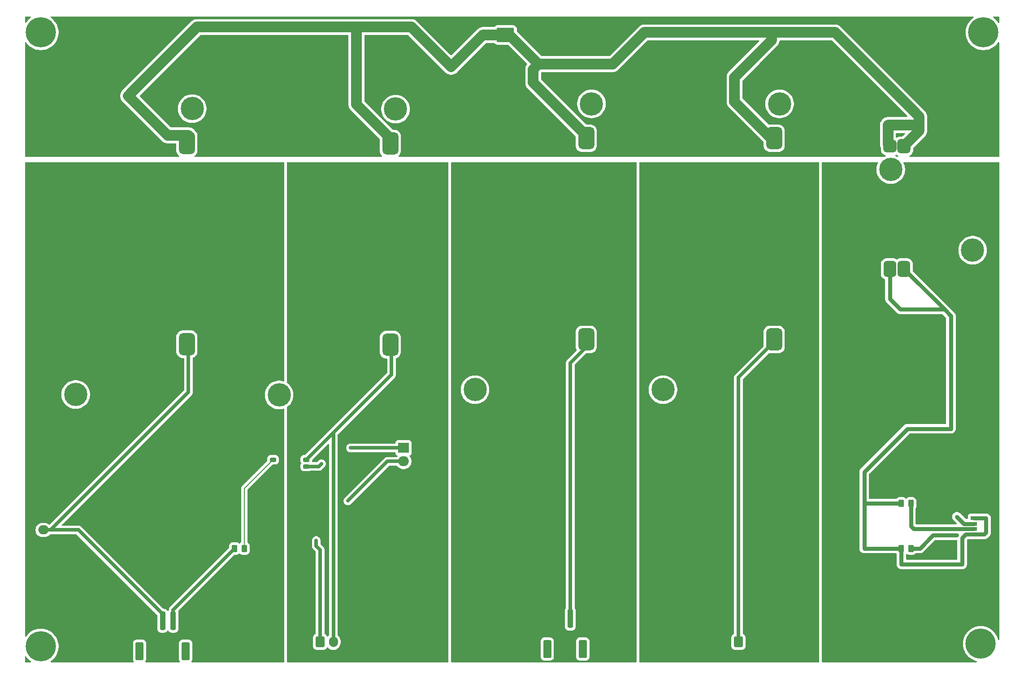
<source format=gbr>
%TF.GenerationSoftware,KiCad,Pcbnew,9.0.2*%
%TF.CreationDate,2026-02-24T05:03:31-05:00*%
%TF.ProjectId,PowerDistro_New,506f7765-7244-4697-9374-726f5f4e6577,rev?*%
%TF.SameCoordinates,Original*%
%TF.FileFunction,Copper,L1,Top*%
%TF.FilePolarity,Positive*%
%FSLAX46Y46*%
G04 Gerber Fmt 4.6, Leading zero omitted, Abs format (unit mm)*
G04 Created by KiCad (PCBNEW 9.0.2) date 2026-02-24 05:03:31*
%MOMM*%
%LPD*%
G01*
G04 APERTURE LIST*
G04 Aperture macros list*
%AMRoundRect*
0 Rectangle with rounded corners*
0 $1 Rounding radius*
0 $2 $3 $4 $5 $6 $7 $8 $9 X,Y pos of 4 corners*
0 Add a 4 corners polygon primitive as box body*
4,1,4,$2,$3,$4,$5,$6,$7,$8,$9,$2,$3,0*
0 Add four circle primitives for the rounded corners*
1,1,$1+$1,$2,$3*
1,1,$1+$1,$4,$5*
1,1,$1+$1,$6,$7*
1,1,$1+$1,$8,$9*
0 Add four rect primitives between the rounded corners*
20,1,$1+$1,$2,$3,$4,$5,0*
20,1,$1+$1,$4,$5,$6,$7,0*
20,1,$1+$1,$6,$7,$8,$9,0*
20,1,$1+$1,$8,$9,$2,$3,0*%
G04 Aperture macros list end*
%TA.AperFunction,ComponentPad*%
%ADD10C,5.700000*%
%TD*%
%TA.AperFunction,ComponentPad*%
%ADD11C,4.400000*%
%TD*%
%TA.AperFunction,SMDPad,CuDef*%
%ADD12RoundRect,0.750000X-0.750000X-1.350000X0.750000X-1.350000X0.750000X1.350000X-0.750000X1.350000X0*%
%TD*%
%TA.AperFunction,SMDPad,CuDef*%
%ADD13RoundRect,0.250000X-0.262500X-0.450000X0.262500X-0.450000X0.262500X0.450000X-0.262500X0.450000X0*%
%TD*%
%TA.AperFunction,SMDPad,CuDef*%
%ADD14RoundRect,0.250000X0.262500X0.450000X-0.262500X0.450000X-0.262500X-0.450000X0.262500X-0.450000X0*%
%TD*%
%TA.AperFunction,SMDPad,CuDef*%
%ADD15RoundRect,0.250000X-0.250000X-1.500000X0.250000X-1.500000X0.250000X1.500000X-0.250000X1.500000X0*%
%TD*%
%TA.AperFunction,SMDPad,CuDef*%
%ADD16RoundRect,0.250001X-0.499999X-1.449999X0.499999X-1.449999X0.499999X1.449999X-0.499999X1.449999X0*%
%TD*%
%TA.AperFunction,ComponentPad*%
%ADD17RoundRect,0.250000X-0.750000X0.600000X-0.750000X-0.600000X0.750000X-0.600000X0.750000X0.600000X0*%
%TD*%
%TA.AperFunction,ComponentPad*%
%ADD18O,2.000000X1.700000*%
%TD*%
%TA.AperFunction,ComponentPad*%
%ADD19R,2.000000X1.905000*%
%TD*%
%TA.AperFunction,ComponentPad*%
%ADD20O,2.000000X1.905000*%
%TD*%
%TA.AperFunction,SMDPad,CuDef*%
%ADD21R,1.200000X0.700000*%
%TD*%
%TA.AperFunction,SMDPad,CuDef*%
%ADD22R,1.200000X0.760000*%
%TD*%
%TA.AperFunction,SMDPad,CuDef*%
%ADD23R,1.200000X0.800000*%
%TD*%
%TA.AperFunction,ComponentPad*%
%ADD24O,1.750000X1.150000*%
%TD*%
%TA.AperFunction,SMDPad,CuDef*%
%ADD25RoundRect,0.200000X-0.400000X-0.200000X0.400000X-0.200000X0.400000X0.200000X-0.400000X0.200000X0*%
%TD*%
%TA.AperFunction,ComponentPad*%
%ADD26RoundRect,0.250000X-0.600000X-0.750000X0.600000X-0.750000X0.600000X0.750000X-0.600000X0.750000X0*%
%TD*%
%TA.AperFunction,ComponentPad*%
%ADD27O,1.700000X2.000000*%
%TD*%
%TA.AperFunction,ComponentPad*%
%ADD28RoundRect,0.622531X0.622530X0.731488X-0.622530X0.731488X-0.622530X-0.731488X0.622530X-0.731488X0*%
%TD*%
%TA.AperFunction,ComponentPad*%
%ADD29RoundRect,0.586573X0.662391X0.586572X-0.662391X0.586572X-0.662391X-0.586572X0.662391X-0.586572X0*%
%TD*%
%TA.AperFunction,ComponentPad*%
%ADD30RoundRect,0.613124X0.613124X0.869641X-0.613124X0.869641X-0.613124X-0.869641X0.613124X-0.869641X0*%
%TD*%
%TA.AperFunction,ComponentPad*%
%ADD31RoundRect,0.617688X0.617688X0.858291X-0.617688X0.858291X-0.617688X-0.858291X0.617688X-0.858291X0*%
%TD*%
%TA.AperFunction,ComponentPad*%
%ADD32RoundRect,0.607686X0.607686X0.896286X-0.607686X0.896286X-0.607686X-0.896286X0.607686X-0.896286X0*%
%TD*%
%TA.AperFunction,ComponentPad*%
%ADD33RoundRect,0.608932X0.608932X0.895039X-0.608932X0.895039X-0.608932X-0.895039X0.608932X-0.895039X0*%
%TD*%
%TA.AperFunction,ComponentPad*%
%ADD34RoundRect,0.470000X0.551402X0.470000X-0.551402X0.470000X-0.551402X-0.470000X0.551402X-0.470000X0*%
%TD*%
%TA.AperFunction,ComponentPad*%
%ADD35RoundRect,0.585701X0.585701X0.723217X-0.585701X0.723217X-0.585701X-0.723217X0.585701X-0.723217X0*%
%TD*%
%TA.AperFunction,ComponentPad*%
%ADD36RoundRect,0.250001X1.399999X-1.099999X1.399999X1.099999X-1.399999X1.099999X-1.399999X-1.099999X0*%
%TD*%
%TA.AperFunction,ComponentPad*%
%ADD37O,3.300000X2.700000*%
%TD*%
%TA.AperFunction,ViaPad*%
%ADD38C,0.600000*%
%TD*%
%TA.AperFunction,ViaPad*%
%ADD39C,0.635000*%
%TD*%
%TA.AperFunction,Conductor*%
%ADD40C,2.000000*%
%TD*%
%TA.AperFunction,Conductor*%
%ADD41C,0.635000*%
%TD*%
%TA.AperFunction,Conductor*%
%ADD42C,0.800000*%
%TD*%
%TA.AperFunction,Conductor*%
%ADD43C,0.200000*%
%TD*%
%TA.AperFunction,Conductor*%
%ADD44C,1.000000*%
%TD*%
G04 APERTURE END LIST*
D10*
%TO.P,H3,1*%
%TO.N,N/C*%
X16000000Y-132000000D03*
%TD*%
D11*
%TO.P,U3,1,IN+*%
%TO.N,N/C*%
X155500000Y-29500000D03*
D12*
%TO.N,+BATT*%
X154500000Y-36000000D03*
D11*
%TO.N,N/C*%
X133500000Y-83500000D03*
D12*
%TO.P,U3,2,IN-*%
%TO.N,-BATT*%
X137000000Y-36000000D03*
%TO.P,U3,3,OUT+*%
%TO.N,/19V*%
X154500000Y-74000000D03*
%TO.P,U3,4,Out-*%
%TO.N,/19V GND*%
X137000000Y-74000000D03*
%TD*%
D13*
%TO.P,R2,1*%
%TO.N,/5V Reg1*%
X178500000Y-105000000D03*
%TO.P,R2,2*%
%TO.N,Net-(J7-CC1)*%
X180325000Y-105000000D03*
%TD*%
D14*
%TO.P,R3,1*%
%TO.N,Net-(J7-CC2)*%
X180325000Y-113500000D03*
%TO.P,R3,2*%
%TO.N,/5V Reg1*%
X178500000Y-113500000D03*
%TD*%
D15*
%TO.P,J2,1,Pin_1*%
%TO.N,/Reg3 GND*%
X114000000Y-126750000D03*
%TO.P,J2,2,Pin_2*%
%TO.N,/12V Reg3*%
X116000000Y-126750000D03*
D16*
%TO.P,J2,MP*%
%TO.N,N/C*%
X111650000Y-132500000D03*
X118350000Y-132500000D03*
%TD*%
D17*
%TO.P,J5,1,Pin_1*%
%TO.N,/Reg1 GND*%
X16500000Y-107500000D03*
D18*
%TO.P,J5,2,Pin_2*%
%TO.N,/12V Reg1*%
X16500000Y-110000000D03*
%TD*%
D11*
%TO.P,U1,1,IN+*%
%TO.N,N/C*%
X44587500Y-30412500D03*
D12*
%TO.N,+BATT*%
X43587500Y-36912500D03*
D11*
%TO.N,N/C*%
X22587500Y-84412500D03*
D12*
%TO.P,U1,2,IN-*%
%TO.N,-BATT*%
X26087500Y-36912500D03*
%TO.P,U1,3,OUT+*%
%TO.N,/12V Reg1*%
X43587500Y-74912500D03*
%TO.P,U1,4,Out-*%
%TO.N,/Reg1 GND*%
X26087500Y-74912500D03*
%TD*%
D19*
%TO.P,Q1,1,G*%
%TO.N,/LiDAR Wire*%
X84500000Y-94500000D03*
D20*
%TO.P,Q1,2,D*%
%TO.N,/LiDAR GND*%
X84500000Y-97040000D03*
%TO.P,Q1,3,S*%
%TO.N,/Reg2 GND*%
X84500000Y-99580000D03*
%TD*%
D21*
%TO.P,J7,A5,CC1*%
%TO.N,Net-(J7-CC1)*%
X192157500Y-109820000D03*
D22*
%TO.P,J7,A9,VBUS_A*%
%TO.N,/5V Reg1*%
X192157500Y-107800000D03*
D23*
%TO.P,J7,A12,GND_A*%
%TO.N,/5V GND*%
X192157500Y-106570000D03*
D21*
%TO.P,J7,B5,CC2*%
%TO.N,Net-(J7-CC2)*%
X192157500Y-108820000D03*
D22*
%TO.P,J7,B9,VBUS_B*%
%TO.N,/5V Reg1*%
X192157500Y-110840000D03*
D23*
%TO.P,J7,B12,GND_B*%
%TO.N,/5V GND*%
X192157500Y-112070000D03*
D24*
%TO.P,J7,SH1,SHIELD*%
X192237500Y-113640000D03*
%TO.P,J7,SH2,SHIELD__1*%
X192237500Y-105000000D03*
%TO.P,J7,SH3,SHIELD__2*%
X196037500Y-113640000D03*
%TO.P,J7,SH4,SHIELD__3*%
X196037500Y-105000000D03*
%TD*%
D11*
%TO.P,U5,1,IN+*%
%TO.N,N/C*%
X120000000Y-29500000D03*
D12*
%TO.N,+BATT*%
X119000000Y-36000000D03*
D11*
%TO.N,N/C*%
X98000000Y-83500000D03*
D12*
%TO.P,U5,2,IN-*%
%TO.N,-BATT*%
X101500000Y-36000000D03*
%TO.P,U5,3,OUT+*%
%TO.N,/12V Reg3*%
X119000000Y-74000000D03*
%TO.P,U5,4,Out-*%
%TO.N,/Reg3 GND*%
X101500000Y-74000000D03*
%TD*%
D25*
%TO.P,U4,1,Anode*%
%TO.N,Net-(U4-Anode)*%
X59850000Y-96730000D03*
%TO.P,U4,3,Cathode*%
%TO.N,/Reg1 GND*%
X59850000Y-99270000D03*
%TO.P,U4,4,GND*%
%TO.N,/Reg2 GND*%
X66150000Y-99270000D03*
%TO.P,U4,5,Vo*%
%TO.N,/LiDAR Wire*%
X66150000Y-98000000D03*
%TO.P,U4,6,VCC*%
%TO.N,/12V Reg2*%
X66150000Y-96730000D03*
%TD*%
D13*
%TO.P,R1,1*%
%TO.N,/LiDAR On Pin*%
X52587500Y-113500000D03*
%TO.P,R1,2*%
%TO.N,Net-(U4-Anode)*%
X54412500Y-113500000D03*
%TD*%
D26*
%TO.P,J6,1,Pin_1*%
%TO.N,/LiDAR GND*%
X68750000Y-131150000D03*
D27*
%TO.P,J6,2,Pin_2*%
%TO.N,/12V Reg2*%
X71250000Y-131150000D03*
%TD*%
D15*
%TO.P,J3,1,Pin_1*%
%TO.N,/Reg1 GND*%
X37000000Y-127150000D03*
%TO.P,J3,2,Pin_2*%
%TO.N,/12V Reg1*%
X39000000Y-127150000D03*
%TO.P,J3,3,Pin_3*%
%TO.N,/LiDAR On Pin*%
X41000000Y-127150000D03*
D16*
%TO.P,J3,MP*%
%TO.N,N/C*%
X34650000Y-132900000D03*
X43350000Y-132900000D03*
%TD*%
D10*
%TO.P,H1,1*%
%TO.N,N/C*%
X16000000Y-16000000D03*
%TD*%
%TO.P,H4,1*%
%TO.N,N/C*%
X193500000Y-131500000D03*
%TD*%
%TO.P,H2,1*%
%TO.N,N/C*%
X194000000Y-16000000D03*
%TD*%
D28*
%TO.P,U6,1,IN+*%
%TO.N,+BATT*%
X178984156Y-37522799D03*
D29*
X176390131Y-37522799D03*
D11*
%TO.N,N/C*%
X176511148Y-41918656D03*
X191973267Y-57158934D03*
D30*
%TO.P,U6,2,IN-*%
%TO.N,-BATT*%
X192415343Y-37476517D03*
D31*
X189693405Y-37458331D03*
D32*
%TO.P,U6,3,OUT+*%
%TO.N,/5V Reg1*%
X178954467Y-60690858D03*
D33*
X176371231Y-60690859D03*
D34*
%TO.P,U6,4,Out-*%
%TO.N,/5V GND*%
X192310034Y-60806094D03*
D35*
X189668639Y-60683226D03*
%TD*%
D26*
%TO.P,J4,1,Pin_1*%
%TO.N,/19V*%
X147750000Y-131150000D03*
D27*
%TO.P,J4,2,Pin_2*%
%TO.N,/19V GND*%
X150250000Y-131150000D03*
%TD*%
D36*
%TO.P,J1,1,Pin_1*%
%TO.N,+BATT*%
X103750000Y-16500000D03*
D37*
%TO.P,J1,2,Pin_2*%
%TO.N,-BATT*%
X109250000Y-16500000D03*
%TD*%
D11*
%TO.P,U2,1,IN+*%
%TO.N,N/C*%
X83000000Y-30500000D03*
D12*
%TO.N,+BATT*%
X82000000Y-37000000D03*
D11*
%TO.N,N/C*%
X61000000Y-84500000D03*
D12*
%TO.P,U2,2,IN-*%
%TO.N,-BATT*%
X64500000Y-37000000D03*
%TO.P,U2,3,OUT+*%
%TO.N,/12V Reg2*%
X82000000Y-75000000D03*
%TO.P,U2,4,Out-*%
%TO.N,/Reg2 GND*%
X64500000Y-75000000D03*
%TD*%
D38*
%TO.N,/5V GND*%
X196500000Y-103000000D03*
%TO.N,-BATT*%
X23500000Y-26000000D03*
X123000000Y-14000000D03*
X65500000Y-26000000D03*
X81500000Y-25500000D03*
X183000000Y-26000000D03*
X156000000Y-26000000D03*
X18000000Y-35500000D03*
X194500000Y-35000000D03*
X119500000Y-16500000D03*
X92500000Y-19000000D03*
X139000000Y-25000000D03*
X170000000Y-26500000D03*
X127000000Y-26000000D03*
X124000000Y-16500000D03*
X94000000Y-14000000D03*
X41000000Y-25500000D03*
X116000000Y-25000000D03*
X103000000Y-25000000D03*
X129000000Y-36000000D03*
X56000000Y-36000000D03*
X93500000Y-36000000D03*
X91000000Y-16500000D03*
X163000000Y-35000000D03*
X120500000Y-20000000D03*
%TO.N,/Reg3 GND*%
X104000000Y-81500000D03*
X105500000Y-97000000D03*
X125500000Y-60500000D03*
X109000000Y-127500000D03*
X125000000Y-75500000D03*
%TO.N,/Reg1 GND*%
X59500000Y-104500000D03*
X18000000Y-75000000D03*
X17500000Y-100500000D03*
X52000000Y-60000000D03*
X41500000Y-103500000D03*
X54500000Y-75000000D03*
X30500000Y-125500000D03*
%TO.N,/19V GND*%
X156000000Y-128500000D03*
X160500000Y-76500000D03*
X138500000Y-85000000D03*
X132500000Y-76000000D03*
X161500000Y-62000000D03*
D39*
%TO.N,/LiDAR GND*%
X74000000Y-104500000D03*
X68000000Y-112000000D03*
D38*
%TO.N,/5V GND*%
X194500000Y-74000000D03*
X171000000Y-115500000D03*
X190500000Y-105500000D03*
X174500000Y-128000000D03*
X187500000Y-113000000D03*
X193500000Y-66000000D03*
X172500000Y-80500000D03*
X193000000Y-103000000D03*
X193000000Y-116000000D03*
X196500000Y-116000000D03*
D39*
%TO.N,/LiDAR Wire*%
X74500000Y-94500000D03*
X69000000Y-97500000D03*
D38*
%TO.N,/Reg2 GND*%
X85000000Y-115500000D03*
X66500000Y-103000000D03*
X90500000Y-61500000D03*
X90000000Y-76000000D03*
X66500000Y-82000000D03*
%TO.N,Net-(J7-CC2)*%
X189000000Y-107500000D03*
X189000000Y-111000000D03*
%TD*%
D40*
%TO.N,+BATT*%
X93500000Y-22500000D02*
X86000000Y-15000000D01*
X86000000Y-15000000D02*
X81500000Y-15000000D01*
X99500000Y-16500000D02*
X93500000Y-22500000D01*
X104500000Y-16500000D02*
X99500000Y-16500000D01*
X110000000Y-22000000D02*
X104500000Y-16500000D01*
%TO.N,-BATT*%
X119000000Y-16000000D02*
X119500000Y-16500000D01*
X109750000Y-16000000D02*
X119000000Y-16000000D01*
X109250000Y-16500000D02*
X109750000Y-16000000D01*
D41*
%TO.N,/Reg1 GND*%
X34850000Y-125500000D02*
X30500000Y-125500000D01*
X36500000Y-127150000D02*
X34850000Y-125500000D01*
X37000000Y-127150000D02*
X36500000Y-127150000D01*
%TO.N,/12V Reg1*%
X39000000Y-125900000D02*
X23100000Y-110000000D01*
X23100000Y-110000000D02*
X16500000Y-110000000D01*
X39000000Y-127150000D02*
X39000000Y-125900000D01*
%TO.N,/LiDAR On Pin*%
X41000000Y-125087500D02*
X52587500Y-113500000D01*
X41000000Y-127150000D02*
X41000000Y-125087500D01*
%TO.N,/Reg3 GND*%
X113650000Y-127500000D02*
X109000000Y-127500000D01*
X114000000Y-127150000D02*
X113650000Y-127500000D01*
X114000000Y-126750000D02*
X114000000Y-127150000D01*
%TO.N,/12V Reg3*%
X119000000Y-75432000D02*
X119000000Y-74000000D01*
X116000000Y-126750000D02*
X116000000Y-78432000D01*
X116000000Y-78432000D02*
X119000000Y-75432000D01*
D42*
%TO.N,/5V Reg1*%
X194160000Y-110840000D02*
X192157500Y-110840000D01*
X194500000Y-110500000D02*
X194160000Y-110840000D01*
X194500000Y-107800000D02*
X194500000Y-110500000D01*
X194500000Y-107800000D02*
X192157500Y-107800000D01*
D43*
%TO.N,/5V GND*%
X192157500Y-113560000D02*
X192237500Y-113640000D01*
D42*
X192157500Y-112070000D02*
X192157500Y-113560000D01*
%TO.N,/5V Reg1*%
X178500000Y-116500000D02*
X178500000Y-113500000D01*
X190000000Y-116500000D02*
X178500000Y-116500000D01*
X190000000Y-111500000D02*
X190000000Y-116500000D01*
X190660000Y-110840000D02*
X190000000Y-111500000D01*
X192157500Y-110840000D02*
X190660000Y-110840000D01*
%TO.N,Net-(J7-CC1)*%
X180820000Y-109820000D02*
X192157500Y-109820000D01*
X180325000Y-109325000D02*
X180820000Y-109820000D01*
X180325000Y-105000000D02*
X180325000Y-109325000D01*
%TO.N,Net-(J7-CC2)*%
X190320000Y-108820000D02*
X192157500Y-108820000D01*
X189000000Y-107500000D02*
X190320000Y-108820000D01*
X184500000Y-111000000D02*
X189000000Y-111000000D01*
X182000000Y-113500000D02*
X184500000Y-111000000D01*
X180325000Y-113500000D02*
X182000000Y-113500000D01*
%TO.N,/5V GND*%
X196037500Y-115537500D02*
X196500000Y-116000000D01*
X196037500Y-113640000D02*
X196037500Y-115537500D01*
X192237500Y-115237500D02*
X193000000Y-116000000D01*
X192237500Y-113640000D02*
X192237500Y-115237500D01*
X192237500Y-103762500D02*
X193000000Y-103000000D01*
X192237500Y-105000000D02*
X192237500Y-103762500D01*
X196037500Y-103462500D02*
X196500000Y-103000000D01*
X196037500Y-105000000D02*
X196037500Y-103462500D01*
%TO.N,/5V Reg1*%
X171500000Y-105000000D02*
X178500000Y-105000000D01*
X171500000Y-113500000D02*
X178500000Y-113500000D01*
X171500000Y-105000000D02*
X171500000Y-113500000D01*
X179626000Y-90874000D02*
X171500000Y-99000000D01*
X186657778Y-68342222D02*
X187874000Y-69558444D01*
X187874000Y-69558444D02*
X187874000Y-90874000D01*
X187874000Y-90874000D02*
X179626000Y-90874000D01*
X171500000Y-99000000D02*
X171500000Y-105000000D01*
%TO.N,-BATT*%
X56058000Y-35942000D02*
X56000000Y-36000000D01*
D40*
X24442000Y-35442000D02*
X18058000Y-35442000D01*
D42*
X192412154Y-34587846D02*
X192500000Y-34500000D01*
D40*
X192500000Y-34500000D02*
X194000000Y-34500000D01*
D42*
X189681088Y-34818912D02*
X190000000Y-34500000D01*
D40*
X65000000Y-36000000D02*
X64725000Y-36275000D01*
D42*
X18058000Y-35442000D02*
X18000000Y-35500000D01*
D40*
X192412154Y-37544380D02*
X192412154Y-34587846D01*
X101442000Y-35942000D02*
X93558000Y-35942000D01*
X194000000Y-34500000D02*
X194500000Y-35000000D01*
X26087500Y-36912500D02*
X25912500Y-36912500D01*
X64725000Y-36275000D02*
X64725000Y-36775000D01*
X189681088Y-37572474D02*
X189681088Y-34818912D01*
X190000000Y-34500000D02*
X192500000Y-34500000D01*
X64725000Y-36775000D02*
X63892000Y-35942000D01*
D42*
X93558000Y-35942000D02*
X93500000Y-36000000D01*
D40*
X137000000Y-36000000D02*
X136942000Y-35942000D01*
X101500000Y-36000000D02*
X101442000Y-35942000D01*
X25912500Y-36912500D02*
X24442000Y-35442000D01*
D42*
X129058000Y-35942000D02*
X129000000Y-36000000D01*
D40*
X136942000Y-35942000D02*
X129058000Y-35942000D01*
X63892000Y-35942000D02*
X56058000Y-35942000D01*
%TO.N,+BATT*%
X45500000Y-15000000D02*
X32500000Y-28000000D01*
X81500000Y-15000000D02*
X45500000Y-15000000D01*
X181857000Y-34643000D02*
X181857000Y-33500000D01*
X181857000Y-31857000D02*
X166000000Y-16000000D01*
X119374000Y-35874000D02*
X109000000Y-25500000D01*
X154000000Y-17500000D02*
X147000000Y-24500000D01*
D42*
X44442000Y-35442000D02*
X44500000Y-35500000D01*
X43874000Y-35442000D02*
X44442000Y-35442000D01*
D40*
X178982617Y-37517383D02*
X181857000Y-34643000D01*
X130000000Y-16000000D02*
X154000000Y-16000000D01*
X147000000Y-24500000D02*
X147000000Y-29068000D01*
X81500000Y-15000000D02*
X75588509Y-15000000D01*
X109000000Y-23000000D02*
X110000000Y-22000000D01*
X75588509Y-15000000D02*
X75588509Y-29588509D01*
X119374000Y-35942000D02*
X119374000Y-35874000D01*
X166000000Y-16000000D02*
X154000000Y-16000000D01*
X110000000Y-22000000D02*
X124000000Y-22000000D01*
X176000000Y-37115311D02*
X176402072Y-37517383D01*
X75588509Y-29588509D02*
X82500000Y-36500000D01*
X176000000Y-33500000D02*
X176000000Y-37115311D01*
X154000000Y-16000000D02*
X154000000Y-17500000D01*
X109000000Y-25500000D02*
X109000000Y-23000000D01*
X181857000Y-33500000D02*
X176000000Y-33500000D01*
X181857000Y-33500000D02*
X181857000Y-31857000D01*
X39942000Y-35442000D02*
X43874000Y-35442000D01*
X147000000Y-29068000D02*
X153874000Y-35942000D01*
X124000000Y-22000000D02*
X130000000Y-16000000D01*
X32500000Y-28000000D02*
X39942000Y-35442000D01*
D41*
%TO.N,/Reg3 GND*%
X103372000Y-80872000D02*
X104000000Y-81500000D01*
X103372000Y-75872000D02*
X103372000Y-80872000D01*
X101500000Y-74000000D02*
X103372000Y-75872000D01*
%TO.N,/Reg1 GND*%
X26775000Y-74225000D02*
X26000000Y-75000000D01*
X59850000Y-104150000D02*
X59500000Y-104500000D01*
X59850000Y-99270000D02*
X59850000Y-104150000D01*
X16500000Y-101500000D02*
X17500000Y-100500000D01*
X16500000Y-107500000D02*
X16500000Y-101500000D01*
X26000000Y-75000000D02*
X18000000Y-75000000D01*
%TO.N,/12V Reg1*%
X17835000Y-110000000D02*
X43874000Y-83961000D01*
X16500000Y-110000000D02*
X17835000Y-110000000D01*
X43874000Y-83961000D02*
X43874000Y-74558000D01*
%TO.N,/19V GND*%
X150250000Y-131150000D02*
X153350000Y-131150000D01*
X133442000Y-75058000D02*
X132500000Y-76000000D01*
X137000000Y-74000000D02*
X135942000Y-75058000D01*
X153350000Y-131150000D02*
X156000000Y-128500000D01*
X135942000Y-75058000D02*
X133442000Y-75058000D01*
%TO.N,/19V*%
X147750000Y-131150000D02*
X147750000Y-81182000D01*
X147750000Y-81182000D02*
X153874000Y-75058000D01*
%TO.N,/12V Reg2*%
X82225000Y-74747766D02*
X81974388Y-74497154D01*
X82225000Y-80655000D02*
X82225000Y-74747766D01*
X66150000Y-96730000D02*
X71440000Y-91440000D01*
X71250000Y-91630000D02*
X71440000Y-91440000D01*
X71440000Y-91440000D02*
X82225000Y-80655000D01*
X71250000Y-131150000D02*
X71250000Y-91630000D01*
%TO.N,/LiDAR GND*%
X81460000Y-97040000D02*
X74000000Y-104500000D01*
X68750000Y-113750000D02*
X68750000Y-131150000D01*
X84500000Y-97040000D02*
X81460000Y-97040000D01*
X68000000Y-113000000D02*
X68750000Y-113750000D01*
X68000000Y-112000000D02*
X68000000Y-113000000D01*
D42*
%TO.N,/5V Reg1*%
X176356265Y-66356265D02*
X176356265Y-60764055D01*
X178991993Y-60676437D02*
X186657778Y-68342222D01*
D43*
X192748000Y-110840000D02*
X193120000Y-110840000D01*
D42*
X178342222Y-68342222D02*
X176356265Y-66356265D01*
X186657778Y-68342222D02*
X178342222Y-68342222D01*
%TO.N,/5V GND*%
X192296841Y-65796841D02*
X192296841Y-64500000D01*
D44*
X189640079Y-61843238D02*
X189640079Y-60672443D01*
D43*
X193120000Y-113560000D02*
X193200000Y-113640000D01*
D42*
X192500000Y-66000000D02*
X193500000Y-66000000D01*
X192296841Y-65796841D02*
X192500000Y-66000000D01*
X192296841Y-64500000D02*
X189640079Y-61843238D01*
X192296841Y-60672443D02*
X192296841Y-65796841D01*
D41*
%TO.N,/LiDAR Wire*%
X84500000Y-94500000D02*
X74500000Y-94500000D01*
X68500000Y-98000000D02*
X66150000Y-98000000D01*
X69000000Y-97500000D02*
X68500000Y-98000000D01*
%TO.N,/Reg2 GND*%
X66150000Y-99270000D02*
X66150000Y-102650000D01*
X66150000Y-102650000D02*
X66500000Y-103000000D01*
X64725000Y-80225000D02*
X66500000Y-82000000D01*
X64725000Y-74275000D02*
X64725000Y-80225000D01*
X65000000Y-74000000D02*
X64725000Y-74275000D01*
D43*
%TO.N,Net-(U4-Anode)*%
X54412500Y-102167500D02*
X59850000Y-96730000D01*
X54412500Y-113500000D02*
X54412500Y-102167500D01*
%TD*%
%TA.AperFunction,Conductor*%
%TO.N,/Reg2 GND*%
G36*
X92937539Y-40519685D02*
G01*
X92983294Y-40572489D01*
X92994500Y-40624000D01*
X92994500Y-134875500D01*
X92974815Y-134942539D01*
X92922011Y-134988294D01*
X92870500Y-134999500D01*
X62624000Y-134999500D01*
X62556961Y-134979815D01*
X62511206Y-134927011D01*
X62500000Y-134875500D01*
X62500000Y-96473386D01*
X65049500Y-96473386D01*
X65049500Y-96986613D01*
X65055913Y-97057192D01*
X65055913Y-97057194D01*
X65055914Y-97057196D01*
X65106522Y-97219606D01*
X65131790Y-97261405D01*
X65155636Y-97300850D01*
X65173472Y-97368405D01*
X65155636Y-97429150D01*
X65106522Y-97510393D01*
X65055913Y-97672807D01*
X65049500Y-97743386D01*
X65049500Y-98256613D01*
X65055913Y-98327192D01*
X65055913Y-98327194D01*
X65055914Y-98327196D01*
X65074409Y-98386549D01*
X65106522Y-98489606D01*
X65194530Y-98635188D01*
X65314811Y-98755469D01*
X65314813Y-98755470D01*
X65314815Y-98755472D01*
X65460394Y-98843478D01*
X65622804Y-98894086D01*
X65693384Y-98900500D01*
X65693387Y-98900500D01*
X66606613Y-98900500D01*
X66606616Y-98900500D01*
X66677196Y-98894086D01*
X66839606Y-98843478D01*
X66852170Y-98835882D01*
X66916319Y-98818000D01*
X68580567Y-98818000D01*
X68580568Y-98817999D01*
X68738602Y-98786565D01*
X68813666Y-98755472D01*
X68887468Y-98724903D01*
X69021445Y-98635382D01*
X69511238Y-98145586D01*
X69511243Y-98145583D01*
X69521443Y-98135382D01*
X69521445Y-98135382D01*
X69635382Y-98021445D01*
X69658686Y-97986567D01*
X69671236Y-97967784D01*
X69671238Y-97967780D01*
X69720325Y-97894319D01*
X69724903Y-97887468D01*
X69786565Y-97738602D01*
X69799653Y-97672804D01*
X69818000Y-97580566D01*
X69818000Y-97419434D01*
X69786565Y-97261398D01*
X69766698Y-97213435D01*
X69753677Y-97182000D01*
X69724905Y-97112536D01*
X69724903Y-97112531D01*
X69635382Y-96978555D01*
X69635379Y-96978551D01*
X69521448Y-96864620D01*
X69521444Y-96864617D01*
X69387466Y-96775095D01*
X69387464Y-96775094D01*
X69238603Y-96713435D01*
X69238594Y-96713432D01*
X69080570Y-96682000D01*
X69080566Y-96682000D01*
X68919434Y-96682000D01*
X68919433Y-96682000D01*
X68874803Y-96690877D01*
X68830173Y-96699755D01*
X68775077Y-96710714D01*
X68761397Y-96713435D01*
X68761396Y-96713435D01*
X68612536Y-96775094D01*
X68612529Y-96775098D01*
X68559448Y-96810565D01*
X68559449Y-96810566D01*
X68478556Y-96864616D01*
X68421587Y-96921585D01*
X68364618Y-96978555D01*
X68197492Y-97145681D01*
X68136169Y-97179166D01*
X68109811Y-97182000D01*
X67368524Y-97182000D01*
X67301485Y-97162315D01*
X67255730Y-97109511D01*
X67245033Y-97046779D01*
X67250500Y-96986614D01*
X67250500Y-96837688D01*
X67270185Y-96770649D01*
X67286819Y-96750007D01*
X70220319Y-93816507D01*
X70281642Y-93783022D01*
X70351334Y-93788006D01*
X70407267Y-93829878D01*
X70431684Y-93895342D01*
X70432000Y-93904188D01*
X70432000Y-129861820D01*
X70423093Y-129892151D01*
X70415886Y-129922948D01*
X70413151Y-129926009D01*
X70412315Y-129928859D01*
X70394294Y-129950867D01*
X70387988Y-129956977D01*
X70370208Y-129969896D01*
X70230722Y-130109381D01*
X70230011Y-130110071D01*
X70199920Y-130125893D01*
X70170075Y-130142190D01*
X70169066Y-130142117D01*
X70168170Y-130142589D01*
X70134308Y-130139632D01*
X70100383Y-130137206D01*
X70099572Y-130136598D01*
X70098565Y-130136511D01*
X70071679Y-130115718D01*
X70044450Y-130095334D01*
X70043480Y-130093909D01*
X70043296Y-130093767D01*
X70043200Y-130093498D01*
X70038178Y-130086120D01*
X69942712Y-129931344D01*
X69818657Y-129807289D01*
X69818656Y-129807288D01*
X69669334Y-129715186D01*
X69669332Y-129715185D01*
X69669329Y-129715184D01*
X69652993Y-129709771D01*
X69595549Y-129669997D01*
X69568728Y-129605481D01*
X69568000Y-129592066D01*
X69568000Y-113669433D01*
X69567999Y-113669429D01*
X69536566Y-113511405D01*
X69536565Y-113511398D01*
X69505733Y-113436965D01*
X69474903Y-113362533D01*
X69385381Y-113228554D01*
X69271445Y-113114618D01*
X68854319Y-112697492D01*
X68820834Y-112636169D01*
X68818000Y-112609811D01*
X68818000Y-111919433D01*
X68817999Y-111919429D01*
X68786566Y-111761405D01*
X68786565Y-111761398D01*
X68755733Y-111686965D01*
X68724903Y-111612533D01*
X68635380Y-111478552D01*
X68521447Y-111364619D01*
X68387466Y-111275096D01*
X68238602Y-111213435D01*
X68238594Y-111213433D01*
X68080570Y-111182000D01*
X68080566Y-111182000D01*
X67919434Y-111182000D01*
X67919429Y-111182000D01*
X67761405Y-111213433D01*
X67761397Y-111213435D01*
X67612533Y-111275096D01*
X67478552Y-111364619D01*
X67364619Y-111478552D01*
X67275096Y-111612533D01*
X67213435Y-111761397D01*
X67213433Y-111761405D01*
X67182000Y-111919429D01*
X67182000Y-113080570D01*
X67213433Y-113238594D01*
X67213436Y-113238606D01*
X67275093Y-113387461D01*
X67275100Y-113387474D01*
X67364617Y-113521444D01*
X67364620Y-113521448D01*
X67895681Y-114052508D01*
X67929166Y-114113831D01*
X67932000Y-114140189D01*
X67932000Y-129592066D01*
X67912315Y-129659105D01*
X67859511Y-129704860D01*
X67847007Y-129709771D01*
X67830670Y-129715184D01*
X67830663Y-129715187D01*
X67681342Y-129807289D01*
X67557289Y-129931342D01*
X67465187Y-130080663D01*
X67465185Y-130080668D01*
X67444823Y-130142117D01*
X67410001Y-130247203D01*
X67410001Y-130247204D01*
X67410000Y-130247204D01*
X67399500Y-130349983D01*
X67399500Y-131950001D01*
X67399501Y-131950018D01*
X67410000Y-132052796D01*
X67410001Y-132052799D01*
X67455894Y-132191294D01*
X67465186Y-132219334D01*
X67557288Y-132368656D01*
X67681344Y-132492712D01*
X67830666Y-132584814D01*
X67997203Y-132639999D01*
X68099991Y-132650500D01*
X69400008Y-132650499D01*
X69502797Y-132639999D01*
X69669334Y-132584814D01*
X69818656Y-132492712D01*
X69942712Y-132368656D01*
X70034814Y-132219334D01*
X70034814Y-132219331D01*
X70038178Y-132213879D01*
X70090126Y-132167154D01*
X70159088Y-132155931D01*
X70223170Y-132183774D01*
X70231398Y-132191294D01*
X70370213Y-132330109D01*
X70542179Y-132455048D01*
X70542181Y-132455049D01*
X70542184Y-132455051D01*
X70731588Y-132551557D01*
X70933757Y-132617246D01*
X71143713Y-132650500D01*
X71143714Y-132650500D01*
X71356286Y-132650500D01*
X71356287Y-132650500D01*
X71566243Y-132617246D01*
X71768412Y-132551557D01*
X71957816Y-132455051D01*
X71979789Y-132439086D01*
X72129786Y-132330109D01*
X72129788Y-132330106D01*
X72129792Y-132330104D01*
X72280104Y-132179792D01*
X72280106Y-132179788D01*
X72280109Y-132179786D01*
X72405048Y-132007820D01*
X72405047Y-132007820D01*
X72405051Y-132007816D01*
X72501557Y-131818412D01*
X72567246Y-131616243D01*
X72600500Y-131406287D01*
X72600500Y-130893713D01*
X72567246Y-130683757D01*
X72501557Y-130481588D01*
X72405051Y-130292184D01*
X72405049Y-130292181D01*
X72405048Y-130292179D01*
X72280109Y-130120213D01*
X72129794Y-129969898D01*
X72129788Y-129969893D01*
X72119112Y-129962136D01*
X72076448Y-129906805D01*
X72068000Y-129861820D01*
X72068000Y-104419429D01*
X73182000Y-104419429D01*
X73182000Y-104580570D01*
X73213433Y-104738594D01*
X73213436Y-104738606D01*
X73275093Y-104887461D01*
X73275100Y-104887474D01*
X73364617Y-105021444D01*
X73364620Y-105021448D01*
X73478551Y-105135379D01*
X73478555Y-105135382D01*
X73612532Y-105224903D01*
X73686963Y-105255732D01*
X73686964Y-105255733D01*
X73686965Y-105255733D01*
X73761398Y-105286565D01*
X73919429Y-105317999D01*
X73919433Y-105318000D01*
X73919434Y-105318000D01*
X74080567Y-105318000D01*
X74080568Y-105317999D01*
X74238602Y-105286565D01*
X74313035Y-105255733D01*
X74387468Y-105224903D01*
X74521445Y-105135382D01*
X81762508Y-97894319D01*
X81823831Y-97860834D01*
X81850189Y-97858000D01*
X83187624Y-97858000D01*
X83254663Y-97877685D01*
X83287940Y-97909112D01*
X83344214Y-97986566D01*
X83505934Y-98148286D01*
X83690962Y-98282717D01*
X83894742Y-98386548D01*
X83894744Y-98386549D01*
X84112251Y-98457221D01*
X84112252Y-98457221D01*
X84112255Y-98457222D01*
X84338146Y-98493000D01*
X84338147Y-98493000D01*
X84661853Y-98493000D01*
X84661854Y-98493000D01*
X84887745Y-98457222D01*
X84887748Y-98457221D01*
X84887749Y-98457221D01*
X85105255Y-98386549D01*
X85105255Y-98386548D01*
X85105258Y-98386548D01*
X85309038Y-98282717D01*
X85494066Y-98148286D01*
X85655786Y-97986566D01*
X85790217Y-97801538D01*
X85894048Y-97597758D01*
X85951989Y-97419433D01*
X85964721Y-97380249D01*
X85964721Y-97380248D01*
X85964722Y-97380245D01*
X86000500Y-97154354D01*
X86000500Y-96925646D01*
X85964722Y-96699755D01*
X85964721Y-96699751D01*
X85964721Y-96699750D01*
X85894049Y-96482244D01*
X85854497Y-96404619D01*
X85790217Y-96278462D01*
X85657472Y-96095755D01*
X85633994Y-96029953D01*
X85649819Y-95961899D01*
X85699925Y-95913204D01*
X85714455Y-95906692D01*
X85742331Y-95896296D01*
X85857546Y-95810046D01*
X85943796Y-95694831D01*
X85994091Y-95559983D01*
X86000500Y-95500373D01*
X86000499Y-93499628D01*
X85994091Y-93440017D01*
X85943796Y-93305169D01*
X85943795Y-93305168D01*
X85943793Y-93305164D01*
X85857547Y-93189955D01*
X85857544Y-93189952D01*
X85742335Y-93103706D01*
X85742328Y-93103702D01*
X85607482Y-93053408D01*
X85607483Y-93053408D01*
X85547883Y-93047001D01*
X85547881Y-93047000D01*
X85547873Y-93047000D01*
X85547864Y-93047000D01*
X83452129Y-93047000D01*
X83452123Y-93047001D01*
X83392516Y-93053408D01*
X83257671Y-93103702D01*
X83257664Y-93103706D01*
X83142455Y-93189952D01*
X83142452Y-93189955D01*
X83056206Y-93305164D01*
X83056202Y-93305171D01*
X83005908Y-93440017D01*
X82999501Y-93499616D01*
X82999501Y-93499623D01*
X82999500Y-93499635D01*
X82999500Y-93558000D01*
X82979815Y-93625039D01*
X82927011Y-93670794D01*
X82875500Y-93682000D01*
X74419429Y-93682000D01*
X74261405Y-93713433D01*
X74261397Y-93713435D01*
X74112533Y-93775096D01*
X73978552Y-93864619D01*
X73864619Y-93978552D01*
X73775096Y-94112533D01*
X73713435Y-94261397D01*
X73713433Y-94261405D01*
X73682000Y-94419429D01*
X73682000Y-94580570D01*
X73713433Y-94738594D01*
X73713435Y-94738602D01*
X73775096Y-94887466D01*
X73864619Y-95021447D01*
X73978552Y-95135380D01*
X74112533Y-95224903D01*
X74186965Y-95255733D01*
X74261398Y-95286565D01*
X74419429Y-95317999D01*
X74419433Y-95318000D01*
X74419434Y-95318000D01*
X74580566Y-95318000D01*
X82875501Y-95318000D01*
X82942540Y-95337685D01*
X82988295Y-95390489D01*
X82999501Y-95442000D01*
X82999501Y-95500376D01*
X83005908Y-95559983D01*
X83056202Y-95694828D01*
X83056206Y-95694835D01*
X83142452Y-95810044D01*
X83142455Y-95810047D01*
X83257664Y-95896293D01*
X83257669Y-95896296D01*
X83285539Y-95906690D01*
X83306012Y-95922016D01*
X83328627Y-95933949D01*
X83333514Y-95942603D01*
X83341473Y-95948561D01*
X83350411Y-95972523D01*
X83362984Y-95994787D01*
X83362416Y-96004709D01*
X83365891Y-96014024D01*
X83360455Y-96039011D01*
X83358996Y-96064543D01*
X83352030Y-96077743D01*
X83351040Y-96082298D01*
X83342525Y-96095758D01*
X83287942Y-96170885D01*
X83232612Y-96213551D01*
X83187624Y-96222000D01*
X81379429Y-96222000D01*
X81221405Y-96253433D01*
X81221397Y-96253435D01*
X81072533Y-96315096D01*
X80938552Y-96404619D01*
X73364620Y-103978551D01*
X73364617Y-103978555D01*
X73275100Y-104112526D01*
X73275098Y-104112530D01*
X73275097Y-104112532D01*
X73252044Y-104168189D01*
X73213435Y-104261397D01*
X73213433Y-104261405D01*
X73182000Y-104419429D01*
X72068000Y-104419429D01*
X72068000Y-92020189D01*
X72087685Y-91953150D01*
X72104319Y-91932508D01*
X82860382Y-81176445D01*
X82949902Y-81042469D01*
X82967962Y-80998866D01*
X83011565Y-80893602D01*
X83043000Y-80735566D01*
X83043000Y-77662388D01*
X83062685Y-77595349D01*
X83115489Y-77549594D01*
X83136700Y-77542146D01*
X83164683Y-77535096D01*
X83369626Y-77442007D01*
X83554654Y-77313819D01*
X83713819Y-77154654D01*
X83842007Y-76969626D01*
X83935096Y-76764683D01*
X83990096Y-76546412D01*
X84000500Y-76414217D01*
X84000499Y-73585784D01*
X83990096Y-73453588D01*
X83935096Y-73235317D01*
X83842007Y-73030374D01*
X83713819Y-72845346D01*
X83554654Y-72686181D01*
X83554650Y-72686178D01*
X83554645Y-72686174D01*
X83369632Y-72557997D01*
X83369630Y-72557995D01*
X83369626Y-72557993D01*
X83320667Y-72535755D01*
X83164681Y-72464903D01*
X83164678Y-72464902D01*
X82946420Y-72409905D01*
X82946413Y-72409904D01*
X82902347Y-72406436D01*
X82814217Y-72399500D01*
X82814215Y-72399500D01*
X81185791Y-72399500D01*
X81185776Y-72399501D01*
X81053586Y-72409904D01*
X81053579Y-72409905D01*
X80835321Y-72464902D01*
X80835318Y-72464903D01*
X80630377Y-72557991D01*
X80630367Y-72557997D01*
X80445354Y-72686174D01*
X80445342Y-72686184D01*
X80286184Y-72845342D01*
X80286174Y-72845354D01*
X80157997Y-73030367D01*
X80157991Y-73030377D01*
X80064903Y-73235318D01*
X80064902Y-73235321D01*
X80009905Y-73453579D01*
X80009904Y-73453586D01*
X79999500Y-73585777D01*
X79999500Y-76414208D01*
X79999501Y-76414223D01*
X80009904Y-76546413D01*
X80009905Y-76546420D01*
X80064902Y-76764678D01*
X80064903Y-76764681D01*
X80157991Y-76969622D01*
X80157997Y-76969632D01*
X80286174Y-77154645D01*
X80286178Y-77154650D01*
X80286181Y-77154654D01*
X80445346Y-77313819D01*
X80445350Y-77313822D01*
X80445354Y-77313825D01*
X80584603Y-77410297D01*
X80630374Y-77442007D01*
X80835317Y-77535096D01*
X80835321Y-77535097D01*
X81053579Y-77590094D01*
X81053581Y-77590094D01*
X81053588Y-77590096D01*
X81185783Y-77600500D01*
X81283000Y-77600499D01*
X81350038Y-77620183D01*
X81395794Y-77672986D01*
X81407000Y-77724499D01*
X81407000Y-80264811D01*
X81387315Y-80331850D01*
X81370681Y-80352492D01*
X70811687Y-90911485D01*
X70811684Y-90911488D01*
X70614618Y-91108555D01*
X65929992Y-95793181D01*
X65868669Y-95826666D01*
X65842311Y-95829500D01*
X65693384Y-95829500D01*
X65674145Y-95831248D01*
X65622807Y-95835913D01*
X65460393Y-95886522D01*
X65314811Y-95974530D01*
X65194530Y-96094811D01*
X65106522Y-96240393D01*
X65055913Y-96402807D01*
X65049500Y-96473386D01*
X62500000Y-96473386D01*
X62500000Y-86815369D01*
X62519685Y-86748330D01*
X62558033Y-86710372D01*
X62565164Y-86705892D01*
X62802304Y-86516779D01*
X63016779Y-86302304D01*
X63205892Y-86065164D01*
X63367265Y-85808341D01*
X63498868Y-85535065D01*
X63599046Y-85248772D01*
X63666540Y-84953063D01*
X63700500Y-84651657D01*
X63700500Y-84348343D01*
X63673489Y-84108612D01*
X63666542Y-84046951D01*
X63666541Y-84046946D01*
X63666540Y-84046937D01*
X63599046Y-83751228D01*
X63498868Y-83464935D01*
X63367265Y-83191659D01*
X63205892Y-82934836D01*
X63016779Y-82697696D01*
X62802304Y-82483221D01*
X62565164Y-82294108D01*
X62558020Y-82289619D01*
X62511733Y-82237281D01*
X62500000Y-82184630D01*
X62500000Y-40624000D01*
X62519685Y-40556961D01*
X62572489Y-40511206D01*
X62624000Y-40500000D01*
X92870500Y-40500000D01*
X92937539Y-40519685D01*
G37*
%TD.AperFunction*%
%TD*%
%TA.AperFunction,Conductor*%
%TO.N,-BATT*%
G36*
X192116593Y-13020185D02*
G01*
X192162348Y-13072989D01*
X192172292Y-13142147D01*
X192143267Y-13205703D01*
X192118445Y-13227602D01*
X192001710Y-13305601D01*
X192001696Y-13305611D01*
X191747222Y-13514453D01*
X191514453Y-13747222D01*
X191305611Y-14001696D01*
X191305601Y-14001710D01*
X191122718Y-14275414D01*
X191122707Y-14275432D01*
X190967535Y-14565741D01*
X190967528Y-14565755D01*
X190841552Y-14869887D01*
X190745987Y-15184922D01*
X190745984Y-15184933D01*
X190681768Y-15507781D01*
X190681765Y-15507798D01*
X190649500Y-15835403D01*
X190649500Y-16164596D01*
X190681765Y-16492201D01*
X190681768Y-16492218D01*
X190745984Y-16815066D01*
X190745987Y-16815077D01*
X190841552Y-17130112D01*
X190967528Y-17434244D01*
X190967535Y-17434258D01*
X191122707Y-17724567D01*
X191122718Y-17724585D01*
X191305601Y-17998289D01*
X191305611Y-17998303D01*
X191514453Y-18252777D01*
X191747222Y-18485546D01*
X191747227Y-18485550D01*
X191747228Y-18485551D01*
X192001702Y-18694393D01*
X192275421Y-18877286D01*
X192565749Y-19032469D01*
X192869889Y-19158448D01*
X193184913Y-19254010D01*
X193184919Y-19254011D01*
X193184922Y-19254012D01*
X193184933Y-19254015D01*
X193365361Y-19289903D01*
X193507787Y-19318233D01*
X193835400Y-19350500D01*
X193835403Y-19350500D01*
X194164597Y-19350500D01*
X194164600Y-19350500D01*
X194492213Y-19318233D01*
X194669760Y-19282916D01*
X194815066Y-19254015D01*
X194815077Y-19254012D01*
X194815077Y-19254011D01*
X194815087Y-19254010D01*
X195130111Y-19158448D01*
X195434251Y-19032469D01*
X195724579Y-18877286D01*
X195998298Y-18694393D01*
X196252772Y-18485551D01*
X196485551Y-18252772D01*
X196694393Y-17998298D01*
X196772398Y-17881554D01*
X196826010Y-17836750D01*
X196895335Y-17828043D01*
X196958362Y-17858197D01*
X196995082Y-17917640D01*
X196999500Y-17950446D01*
X196999500Y-39376000D01*
X196979815Y-39443039D01*
X196927011Y-39488794D01*
X196875500Y-39500000D01*
X180155105Y-39500000D01*
X180088066Y-39480315D01*
X180042311Y-39427511D01*
X180032367Y-39358353D01*
X180061392Y-39294797D01*
X180106293Y-39262012D01*
X180147338Y-39244435D01*
X180147338Y-39244434D01*
X180147345Y-39244432D01*
X180324961Y-39124218D01*
X180476616Y-38972563D01*
X180596830Y-38794947D01*
X180681257Y-38597791D01*
X180726847Y-38388220D01*
X180729717Y-38340039D01*
X180729717Y-37943672D01*
X180749402Y-37876633D01*
X180766036Y-37855991D01*
X181881138Y-36740889D01*
X183001517Y-35620510D01*
X183140343Y-35429434D01*
X183247568Y-35218993D01*
X183289275Y-35090631D01*
X183320553Y-34994368D01*
X183336973Y-34890689D01*
X183357500Y-34761097D01*
X183357500Y-31738902D01*
X183320553Y-31505631D01*
X183271282Y-31353993D01*
X183271282Y-31353991D01*
X183247570Y-31281012D01*
X183247568Y-31281006D01*
X183140342Y-31070565D01*
X183136418Y-31065164D01*
X183001517Y-30879490D01*
X166977510Y-14855483D01*
X166786434Y-14716657D01*
X166783547Y-14715186D01*
X166575996Y-14609433D01*
X166351368Y-14536446D01*
X166118097Y-14499500D01*
X166118092Y-14499500D01*
X154118092Y-14499500D01*
X129881908Y-14499500D01*
X129881903Y-14499500D01*
X129648631Y-14536446D01*
X129424003Y-14609433D01*
X129213565Y-14716657D01*
X129022488Y-14855484D01*
X129022487Y-14855485D01*
X123414792Y-20463181D01*
X123353469Y-20496666D01*
X123327111Y-20499500D01*
X110672890Y-20499500D01*
X110605851Y-20479815D01*
X110585209Y-20463181D01*
X105936819Y-15814791D01*
X105903334Y-15753468D01*
X105900500Y-15727110D01*
X105900500Y-15349997D01*
X105900499Y-15349984D01*
X105889999Y-15247204D01*
X105889999Y-15247203D01*
X105834814Y-15080666D01*
X105807539Y-15036447D01*
X105742713Y-14931348D01*
X105742710Y-14931344D01*
X105618655Y-14807289D01*
X105618651Y-14807286D01*
X105469337Y-14715187D01*
X105469335Y-14715186D01*
X105386065Y-14687593D01*
X105302797Y-14660001D01*
X105302795Y-14660000D01*
X105200015Y-14649500D01*
X105200008Y-14649500D01*
X102299992Y-14649500D01*
X102299984Y-14649500D01*
X102197204Y-14660000D01*
X102197203Y-14660001D01*
X102030664Y-14715186D01*
X102030662Y-14715187D01*
X101881348Y-14807286D01*
X101881344Y-14807289D01*
X101757288Y-14931345D01*
X101751583Y-14940596D01*
X101699636Y-14987321D01*
X101646044Y-14999500D01*
X99381903Y-14999500D01*
X99148631Y-15036446D01*
X98924003Y-15109433D01*
X98713565Y-15216657D01*
X98522488Y-15355484D01*
X93587681Y-20290291D01*
X93526358Y-20323776D01*
X93456666Y-20318792D01*
X93412319Y-20290291D01*
X86977512Y-13855485D01*
X86977511Y-13855484D01*
X86786434Y-13716657D01*
X86575996Y-13609433D01*
X86351368Y-13536446D01*
X86118097Y-13499500D01*
X86118092Y-13499500D01*
X81618092Y-13499500D01*
X45381908Y-13499500D01*
X45381903Y-13499500D01*
X45148631Y-13536446D01*
X44924003Y-13609433D01*
X44713565Y-13716657D01*
X44522488Y-13855484D01*
X31355484Y-27022488D01*
X31216657Y-27213565D01*
X31109433Y-27424003D01*
X31036446Y-27648631D01*
X30999500Y-27881902D01*
X30999500Y-28118097D01*
X31036446Y-28351368D01*
X31109433Y-28575996D01*
X31198719Y-28751228D01*
X31216657Y-28786434D01*
X31355483Y-28977510D01*
X38964490Y-36586517D01*
X39155566Y-36725343D01*
X39254992Y-36776003D01*
X39366003Y-36832566D01*
X39366005Y-36832566D01*
X39366008Y-36832568D01*
X39486412Y-36871689D01*
X39590631Y-36905553D01*
X39823903Y-36942500D01*
X39823908Y-36942500D01*
X41463001Y-36942500D01*
X41530040Y-36962185D01*
X41575795Y-37014989D01*
X41587001Y-37066500D01*
X41587001Y-38326723D01*
X41597404Y-38458913D01*
X41597405Y-38458920D01*
X41652402Y-38677178D01*
X41652403Y-38677181D01*
X41745491Y-38882122D01*
X41745497Y-38882132D01*
X41873674Y-39067145D01*
X41873678Y-39067150D01*
X41873681Y-39067154D01*
X42032846Y-39226319D01*
X42032850Y-39226322D01*
X42032854Y-39226325D01*
X42101772Y-39274072D01*
X42145669Y-39328431D01*
X42153208Y-39397892D01*
X42121997Y-39460403D01*
X42061944Y-39496117D01*
X42031156Y-39500000D01*
X13124500Y-39500000D01*
X13057461Y-39480315D01*
X13011706Y-39427511D01*
X13000500Y-39376000D01*
X13000500Y-17950446D01*
X13020185Y-17883407D01*
X13072989Y-17837652D01*
X13142147Y-17827708D01*
X13205703Y-17856733D01*
X13227602Y-17881555D01*
X13305601Y-17998289D01*
X13305611Y-17998303D01*
X13514453Y-18252777D01*
X13747222Y-18485546D01*
X13747227Y-18485550D01*
X13747228Y-18485551D01*
X14001702Y-18694393D01*
X14275421Y-18877286D01*
X14565749Y-19032469D01*
X14869889Y-19158448D01*
X15184913Y-19254010D01*
X15184919Y-19254011D01*
X15184922Y-19254012D01*
X15184933Y-19254015D01*
X15365361Y-19289903D01*
X15507787Y-19318233D01*
X15835400Y-19350500D01*
X15835403Y-19350500D01*
X16164597Y-19350500D01*
X16164600Y-19350500D01*
X16492213Y-19318233D01*
X16669760Y-19282916D01*
X16815066Y-19254015D01*
X16815077Y-19254012D01*
X16815077Y-19254011D01*
X16815087Y-19254010D01*
X17130111Y-19158448D01*
X17434251Y-19032469D01*
X17724579Y-18877286D01*
X17998298Y-18694393D01*
X18252772Y-18485551D01*
X18485551Y-18252772D01*
X18694393Y-17998298D01*
X18877286Y-17724579D01*
X19032469Y-17434251D01*
X19158448Y-17130111D01*
X19254010Y-16815087D01*
X19254012Y-16815077D01*
X19254015Y-16815066D01*
X19282916Y-16669760D01*
X19318233Y-16492213D01*
X19350500Y-16164600D01*
X19350500Y-15835400D01*
X19318233Y-15507787D01*
X19286844Y-15349984D01*
X19254015Y-15184933D01*
X19254012Y-15184922D01*
X19254011Y-15184919D01*
X19254010Y-15184913D01*
X19158448Y-14869889D01*
X19032469Y-14565749D01*
X18877286Y-14275421D01*
X18694393Y-14001702D01*
X18485551Y-13747228D01*
X18485550Y-13747227D01*
X18485546Y-13747222D01*
X18252777Y-13514453D01*
X17998303Y-13305611D01*
X17998302Y-13305610D01*
X17998298Y-13305607D01*
X17881554Y-13227601D01*
X17836750Y-13173990D01*
X17828043Y-13104665D01*
X17858197Y-13041638D01*
X17917640Y-13004918D01*
X17950446Y-13000500D01*
X192049554Y-13000500D01*
X192116593Y-13020185D01*
G37*
%TD.AperFunction*%
%TA.AperFunction,Conductor*%
G36*
X74031048Y-16520185D02*
G01*
X74076803Y-16572989D01*
X74088009Y-16624500D01*
X74088009Y-29706606D01*
X74124955Y-29939877D01*
X74197942Y-30164505D01*
X74247029Y-30260843D01*
X74305166Y-30374943D01*
X74421502Y-30535065D01*
X74443993Y-30566020D01*
X79963181Y-36085208D01*
X79996666Y-36146531D01*
X79999500Y-36172889D01*
X79999500Y-38414208D01*
X79999501Y-38414223D01*
X80009904Y-38546413D01*
X80009905Y-38546420D01*
X80064902Y-38764678D01*
X80064903Y-38764681D01*
X80157991Y-38969622D01*
X80157997Y-38969632D01*
X80286174Y-39154645D01*
X80286178Y-39154650D01*
X80286181Y-39154654D01*
X80286184Y-39154657D01*
X80419846Y-39288319D01*
X80453331Y-39349642D01*
X80448347Y-39419334D01*
X80406475Y-39475267D01*
X80341011Y-39499684D01*
X80332165Y-39500000D01*
X45143844Y-39500000D01*
X45076805Y-39480315D01*
X45031050Y-39427511D01*
X45021106Y-39358353D01*
X45050131Y-39294797D01*
X45073228Y-39274072D01*
X45142145Y-39226325D01*
X45142154Y-39226319D01*
X45301319Y-39067154D01*
X45429507Y-38882126D01*
X45522596Y-38677183D01*
X45577596Y-38458912D01*
X45588000Y-38326717D01*
X45587999Y-35498284D01*
X45577596Y-35366088D01*
X45538814Y-35212181D01*
X45522597Y-35147821D01*
X45522596Y-35147818D01*
X45520020Y-35142147D01*
X45429507Y-34942874D01*
X45361937Y-34845342D01*
X45301325Y-34757854D01*
X45301322Y-34757850D01*
X45301319Y-34757846D01*
X45142154Y-34598681D01*
X45131981Y-34591633D01*
X45106833Y-34574210D01*
X45077134Y-34545170D01*
X45018517Y-34464490D01*
X44851510Y-34297483D01*
X44660433Y-34158657D01*
X44449996Y-34051433D01*
X44225368Y-33978446D01*
X43992097Y-33941500D01*
X43992092Y-33941500D01*
X40614889Y-33941500D01*
X40547850Y-33921815D01*
X40527208Y-33905181D01*
X36882863Y-30260836D01*
X41887000Y-30260836D01*
X41887000Y-30564163D01*
X41920957Y-30865548D01*
X41920960Y-30865562D01*
X41988453Y-31161271D01*
X41988457Y-31161283D01*
X42088633Y-31447568D01*
X42220233Y-31720838D01*
X42231587Y-31738908D01*
X42381608Y-31977664D01*
X42570721Y-32214804D01*
X42785196Y-32429279D01*
X43022336Y-32618392D01*
X43279159Y-32779765D01*
X43552435Y-32911368D01*
X43767451Y-32986605D01*
X43838716Y-33011542D01*
X43838728Y-33011546D01*
X44134437Y-33079040D01*
X44134446Y-33079041D01*
X44134451Y-33079042D01*
X44335374Y-33101680D01*
X44435837Y-33112999D01*
X44435840Y-33113000D01*
X44435843Y-33113000D01*
X44739160Y-33113000D01*
X44739161Y-33112999D01*
X44893194Y-33095644D01*
X45040548Y-33079042D01*
X45040551Y-33079041D01*
X45040563Y-33079040D01*
X45336272Y-33011546D01*
X45622565Y-32911368D01*
X45895841Y-32779765D01*
X46152664Y-32618392D01*
X46389804Y-32429279D01*
X46604279Y-32214804D01*
X46793392Y-31977664D01*
X46954765Y-31720841D01*
X47086368Y-31447565D01*
X47186546Y-31161272D01*
X47254040Y-30865563D01*
X47260488Y-30808341D01*
X47270644Y-30718194D01*
X47288000Y-30564157D01*
X47288000Y-30260843D01*
X47276680Y-30160374D01*
X47254042Y-29959451D01*
X47254041Y-29959446D01*
X47254040Y-29959437D01*
X47186546Y-29663728D01*
X47179641Y-29643996D01*
X47161605Y-29592451D01*
X47086368Y-29377435D01*
X46954765Y-29104159D01*
X46793392Y-28847336D01*
X46604279Y-28610196D01*
X46389804Y-28395721D01*
X46152664Y-28206608D01*
X45895841Y-28045235D01*
X45895838Y-28045233D01*
X45622568Y-27913633D01*
X45336283Y-27813457D01*
X45336271Y-27813453D01*
X45108056Y-27761364D01*
X45040563Y-27745960D01*
X45040560Y-27745959D01*
X45040548Y-27745957D01*
X44739163Y-27712000D01*
X44739157Y-27712000D01*
X44435843Y-27712000D01*
X44435836Y-27712000D01*
X44134451Y-27745957D01*
X44134437Y-27745960D01*
X43838728Y-27813453D01*
X43838716Y-27813457D01*
X43552431Y-27913633D01*
X43279161Y-28045233D01*
X43022337Y-28206607D01*
X42785196Y-28395720D01*
X42570720Y-28610196D01*
X42381607Y-28847337D01*
X42220233Y-29104161D01*
X42088633Y-29377431D01*
X41988457Y-29663716D01*
X41988453Y-29663728D01*
X41920960Y-29959437D01*
X41920957Y-29959451D01*
X41887000Y-30260836D01*
X36882863Y-30260836D01*
X34709708Y-28087681D01*
X34676223Y-28026358D01*
X34681207Y-27956666D01*
X34709708Y-27912319D01*
X46085208Y-16536819D01*
X46146531Y-16503334D01*
X46172889Y-16500500D01*
X73964009Y-16500500D01*
X74031048Y-16520185D01*
G37*
%TD.AperFunction*%
%TA.AperFunction,Conductor*%
G36*
X85394150Y-16520185D02*
G01*
X85414791Y-16536818D01*
X92522490Y-23644518D01*
X92617527Y-23713566D01*
X92713566Y-23783343D01*
X92812992Y-23834003D01*
X92924003Y-23890566D01*
X92924005Y-23890566D01*
X92924008Y-23890568D01*
X93044412Y-23929689D01*
X93148631Y-23963553D01*
X93381903Y-24000500D01*
X93381908Y-24000500D01*
X93618097Y-24000500D01*
X93747690Y-23979973D01*
X93851369Y-23963553D01*
X94075992Y-23890568D01*
X94286434Y-23783343D01*
X94477510Y-23644518D01*
X94644518Y-23477510D01*
X94644519Y-23477508D01*
X94651579Y-23470448D01*
X94651584Y-23470441D01*
X100085208Y-18036819D01*
X100146531Y-18003334D01*
X100172889Y-18000500D01*
X101646044Y-18000500D01*
X101713083Y-18020185D01*
X101751583Y-18059404D01*
X101757288Y-18068654D01*
X101881344Y-18192710D01*
X101881348Y-18192713D01*
X102030662Y-18284812D01*
X102030664Y-18284813D01*
X102030666Y-18284814D01*
X102197203Y-18339999D01*
X102299992Y-18350500D01*
X104177111Y-18350500D01*
X104244150Y-18370185D01*
X104264792Y-18386819D01*
X107799523Y-21921551D01*
X107833008Y-21982874D01*
X107828024Y-22052566D01*
X107812160Y-22082118D01*
X107716657Y-22213565D01*
X107646444Y-22351368D01*
X107609433Y-22424003D01*
X107536446Y-22648631D01*
X107499500Y-22881902D01*
X107499500Y-25618097D01*
X107536446Y-25851368D01*
X107609433Y-26075996D01*
X107716657Y-26286434D01*
X107855484Y-26477511D01*
X116963181Y-35585208D01*
X116996666Y-35646531D01*
X116999500Y-35672889D01*
X116999500Y-37414208D01*
X116999501Y-37414223D01*
X117009904Y-37546413D01*
X117009905Y-37546420D01*
X117064902Y-37764678D01*
X117064903Y-37764681D01*
X117157991Y-37969622D01*
X117157997Y-37969632D01*
X117286174Y-38154645D01*
X117286178Y-38154650D01*
X117286181Y-38154654D01*
X117445346Y-38313819D01*
X117445350Y-38313822D01*
X117445354Y-38313825D01*
X117483192Y-38340039D01*
X117630374Y-38442007D01*
X117835317Y-38535096D01*
X117835321Y-38535097D01*
X118053579Y-38590094D01*
X118053581Y-38590094D01*
X118053588Y-38590096D01*
X118185783Y-38600500D01*
X119814216Y-38600499D01*
X119946412Y-38590096D01*
X120164683Y-38535096D01*
X120369626Y-38442007D01*
X120554654Y-38313819D01*
X120713819Y-38154654D01*
X120842007Y-37969626D01*
X120935096Y-37764683D01*
X120990096Y-37546412D01*
X121000500Y-37414217D01*
X121000499Y-34585784D01*
X120990096Y-34453588D01*
X120979088Y-34409904D01*
X120935097Y-34235321D01*
X120935096Y-34235318D01*
X120900275Y-34158657D01*
X120842007Y-34030374D01*
X120713819Y-33845346D01*
X120554654Y-33686181D01*
X120554650Y-33686178D01*
X120554645Y-33686174D01*
X120369632Y-33557997D01*
X120369630Y-33557995D01*
X120369626Y-33557993D01*
X120164683Y-33464904D01*
X120164681Y-33464903D01*
X120164678Y-33464902D01*
X119946420Y-33409905D01*
X119946413Y-33409904D01*
X119814222Y-33399500D01*
X119814217Y-33399500D01*
X119072889Y-33399500D01*
X119005850Y-33379815D01*
X118985208Y-33363181D01*
X114970363Y-29348336D01*
X117299500Y-29348336D01*
X117299500Y-29651663D01*
X117333457Y-29953048D01*
X117333460Y-29953062D01*
X117400953Y-30248771D01*
X117400957Y-30248783D01*
X117501133Y-30535068D01*
X117632733Y-30808338D01*
X117632735Y-30808341D01*
X117794108Y-31065164D01*
X117983221Y-31302304D01*
X118197696Y-31516779D01*
X118434836Y-31705892D01*
X118691659Y-31867265D01*
X118964935Y-31998868D01*
X119154393Y-32065162D01*
X119251216Y-32099042D01*
X119251228Y-32099046D01*
X119546937Y-32166540D01*
X119546946Y-32166541D01*
X119546951Y-32166542D01*
X119747874Y-32189180D01*
X119848337Y-32200499D01*
X119848340Y-32200500D01*
X119848343Y-32200500D01*
X120151660Y-32200500D01*
X120151661Y-32200499D01*
X120305694Y-32183144D01*
X120453048Y-32166542D01*
X120453051Y-32166541D01*
X120453063Y-32166540D01*
X120748772Y-32099046D01*
X121035065Y-31998868D01*
X121308341Y-31867265D01*
X121565164Y-31705892D01*
X121802304Y-31516779D01*
X122016779Y-31302304D01*
X122205892Y-31065164D01*
X122367265Y-30808341D01*
X122498868Y-30535065D01*
X122599046Y-30248772D01*
X122666540Y-29953063D01*
X122700500Y-29651657D01*
X122700500Y-29348343D01*
X122682846Y-29191659D01*
X122666542Y-29046951D01*
X122666541Y-29046946D01*
X122666540Y-29046937D01*
X122599046Y-28751228D01*
X122498868Y-28464935D01*
X122367265Y-28191659D01*
X122205892Y-27934836D01*
X122016779Y-27697696D01*
X121802304Y-27483221D01*
X121565164Y-27294108D01*
X121308341Y-27132735D01*
X121308338Y-27132733D01*
X121035068Y-27001133D01*
X120748783Y-26900957D01*
X120748771Y-26900953D01*
X120520556Y-26848864D01*
X120453063Y-26833460D01*
X120453060Y-26833459D01*
X120453048Y-26833457D01*
X120151663Y-26799500D01*
X120151657Y-26799500D01*
X119848343Y-26799500D01*
X119848336Y-26799500D01*
X119546951Y-26833457D01*
X119546937Y-26833460D01*
X119251228Y-26900953D01*
X119251216Y-26900957D01*
X118964931Y-27001133D01*
X118691661Y-27132733D01*
X118434837Y-27294107D01*
X118197696Y-27483220D01*
X117983220Y-27697696D01*
X117794107Y-27934837D01*
X117632733Y-28191661D01*
X117501133Y-28464931D01*
X117400957Y-28751216D01*
X117400953Y-28751228D01*
X117333460Y-29046937D01*
X117333457Y-29046951D01*
X117299500Y-29348336D01*
X114970363Y-29348336D01*
X110536819Y-24914792D01*
X110503334Y-24853469D01*
X110500500Y-24827111D01*
X110500500Y-23672890D01*
X110509144Y-23643452D01*
X110515668Y-23613462D01*
X110519422Y-23608446D01*
X110520185Y-23605851D01*
X110536820Y-23585208D01*
X110585211Y-23536818D01*
X110646534Y-23503334D01*
X110672891Y-23500500D01*
X124118097Y-23500500D01*
X124351368Y-23463553D01*
X124575992Y-23390568D01*
X124786434Y-23283343D01*
X124977510Y-23144517D01*
X130585208Y-17536819D01*
X130646531Y-17503334D01*
X130672889Y-17500500D01*
X151578111Y-17500500D01*
X151645150Y-17520185D01*
X151690905Y-17572989D01*
X151700849Y-17642147D01*
X151671824Y-17705703D01*
X151665792Y-17712181D01*
X145855485Y-23522487D01*
X145855484Y-23522488D01*
X145716657Y-23713565D01*
X145609433Y-23924003D01*
X145536446Y-24148631D01*
X145499500Y-24381902D01*
X145499500Y-29186097D01*
X145536446Y-29419368D01*
X145609433Y-29643996D01*
X145641335Y-29706606D01*
X145716657Y-29854434D01*
X145778735Y-29939877D01*
X145855484Y-30045511D01*
X152463181Y-36653208D01*
X152496666Y-36714531D01*
X152499500Y-36740889D01*
X152499500Y-37414208D01*
X152499501Y-37414223D01*
X152509904Y-37546413D01*
X152509905Y-37546420D01*
X152564902Y-37764678D01*
X152564903Y-37764681D01*
X152657991Y-37969622D01*
X152657997Y-37969632D01*
X152786174Y-38154645D01*
X152786178Y-38154650D01*
X152786181Y-38154654D01*
X152945346Y-38313819D01*
X152945350Y-38313822D01*
X152945354Y-38313825D01*
X152983192Y-38340039D01*
X153130374Y-38442007D01*
X153335317Y-38535096D01*
X153335321Y-38535097D01*
X153553579Y-38590094D01*
X153553581Y-38590094D01*
X153553588Y-38590096D01*
X153685783Y-38600500D01*
X155314216Y-38600499D01*
X155446412Y-38590096D01*
X155664683Y-38535096D01*
X155869626Y-38442007D01*
X156054654Y-38313819D01*
X156213819Y-38154654D01*
X156342007Y-37969626D01*
X156435096Y-37764683D01*
X156490096Y-37546412D01*
X156500500Y-37414217D01*
X156500499Y-34585784D01*
X156490096Y-34453588D01*
X156479088Y-34409904D01*
X156435097Y-34235321D01*
X156435096Y-34235318D01*
X156400275Y-34158657D01*
X156342007Y-34030374D01*
X156213819Y-33845346D01*
X156054654Y-33686181D01*
X156054650Y-33686178D01*
X156054645Y-33686174D01*
X155869632Y-33557997D01*
X155869630Y-33557995D01*
X155869626Y-33557993D01*
X155664683Y-33464904D01*
X155664681Y-33464903D01*
X155664678Y-33464902D01*
X155446420Y-33409905D01*
X155446413Y-33409904D01*
X155402347Y-33406436D01*
X155314217Y-33399500D01*
X155314215Y-33399500D01*
X153685791Y-33399500D01*
X153685776Y-33399501D01*
X153553587Y-33409904D01*
X153553582Y-33409905D01*
X153550189Y-33410760D01*
X153548722Y-33410702D01*
X153548436Y-33410750D01*
X153548426Y-33410691D01*
X153480372Y-33408045D01*
X153432223Y-33378196D01*
X149402363Y-29348336D01*
X152799500Y-29348336D01*
X152799500Y-29651663D01*
X152833457Y-29953048D01*
X152833460Y-29953062D01*
X152900953Y-30248771D01*
X152900957Y-30248783D01*
X153001133Y-30535068D01*
X153132733Y-30808338D01*
X153132735Y-30808341D01*
X153294108Y-31065164D01*
X153483221Y-31302304D01*
X153697696Y-31516779D01*
X153934836Y-31705892D01*
X154191659Y-31867265D01*
X154464935Y-31998868D01*
X154654393Y-32065162D01*
X154751216Y-32099042D01*
X154751228Y-32099046D01*
X155046937Y-32166540D01*
X155046946Y-32166541D01*
X155046951Y-32166542D01*
X155247874Y-32189180D01*
X155348337Y-32200499D01*
X155348340Y-32200500D01*
X155348343Y-32200500D01*
X155651660Y-32200500D01*
X155651661Y-32200499D01*
X155805694Y-32183144D01*
X155953048Y-32166542D01*
X155953051Y-32166541D01*
X155953063Y-32166540D01*
X156248772Y-32099046D01*
X156535065Y-31998868D01*
X156808341Y-31867265D01*
X157065164Y-31705892D01*
X157302304Y-31516779D01*
X157516779Y-31302304D01*
X157705892Y-31065164D01*
X157867265Y-30808341D01*
X157998868Y-30535065D01*
X158099046Y-30248772D01*
X158166540Y-29953063D01*
X158200500Y-29651657D01*
X158200500Y-29348343D01*
X158182846Y-29191659D01*
X158166542Y-29046951D01*
X158166541Y-29046946D01*
X158166540Y-29046937D01*
X158099046Y-28751228D01*
X157998868Y-28464935D01*
X157867265Y-28191659D01*
X157705892Y-27934836D01*
X157516779Y-27697696D01*
X157302304Y-27483221D01*
X157065164Y-27294108D01*
X156808341Y-27132735D01*
X156808338Y-27132733D01*
X156535068Y-27001133D01*
X156248783Y-26900957D01*
X156248771Y-26900953D01*
X156020556Y-26848864D01*
X155953063Y-26833460D01*
X155953060Y-26833459D01*
X155953048Y-26833457D01*
X155651663Y-26799500D01*
X155651657Y-26799500D01*
X155348343Y-26799500D01*
X155348336Y-26799500D01*
X155046951Y-26833457D01*
X155046937Y-26833460D01*
X154751228Y-26900953D01*
X154751216Y-26900957D01*
X154464931Y-27001133D01*
X154191661Y-27132733D01*
X153934837Y-27294107D01*
X153697696Y-27483220D01*
X153483220Y-27697696D01*
X153294107Y-27934837D01*
X153132733Y-28191661D01*
X153001133Y-28464931D01*
X152900957Y-28751216D01*
X152900953Y-28751228D01*
X152833460Y-29046937D01*
X152833457Y-29046951D01*
X152799500Y-29348336D01*
X149402363Y-29348336D01*
X148536819Y-28482792D01*
X148503334Y-28421469D01*
X148500500Y-28395111D01*
X148500500Y-25172889D01*
X148520185Y-25105850D01*
X148536819Y-25085208D01*
X151700476Y-21921551D01*
X155144517Y-18477510D01*
X155283343Y-18286434D01*
X155390568Y-18075992D01*
X155463553Y-17851368D01*
X155467300Y-17827708D01*
X155500500Y-17618095D01*
X155500761Y-17614780D01*
X155501213Y-17613592D01*
X155501263Y-17613280D01*
X155501328Y-17613290D01*
X155525639Y-17549490D01*
X155581867Y-17508015D01*
X155624379Y-17500500D01*
X165327111Y-17500500D01*
X165394150Y-17520185D01*
X165414792Y-17536819D01*
X179665792Y-31787819D01*
X179699277Y-31849142D01*
X179694293Y-31918834D01*
X179652421Y-31974767D01*
X179586957Y-31999184D01*
X179578111Y-31999500D01*
X175881903Y-31999500D01*
X175648631Y-32036446D01*
X175424003Y-32109433D01*
X175213566Y-32216657D01*
X175104550Y-32295862D01*
X175022490Y-32355483D01*
X175022488Y-32355485D01*
X175022487Y-32355485D01*
X174855485Y-32522487D01*
X174855485Y-32522488D01*
X174855483Y-32522490D01*
X174795862Y-32604550D01*
X174716657Y-32713566D01*
X174609433Y-32924003D01*
X174536446Y-33148631D01*
X174499500Y-33381902D01*
X174499500Y-37233408D01*
X174536447Y-37466680D01*
X174536447Y-37466683D01*
X174609429Y-37691297D01*
X174627152Y-37726080D01*
X174640667Y-37782375D01*
X174640667Y-38192368D01*
X174640667Y-38192370D01*
X174640668Y-38192381D01*
X174643445Y-38239015D01*
X174643446Y-38239019D01*
X174687573Y-38441873D01*
X174687575Y-38441880D01*
X174755501Y-38600500D01*
X174769299Y-38632721D01*
X174769302Y-38632725D01*
X174885657Y-38804642D01*
X174885665Y-38804651D01*
X175032460Y-38951446D01*
X175032469Y-38951454D01*
X175136292Y-39021722D01*
X175204391Y-39067813D01*
X175204396Y-39067815D01*
X175395231Y-39149536D01*
X175395239Y-39149538D01*
X175492556Y-39170708D01*
X175519570Y-39185458D01*
X175547549Y-39198289D01*
X175549958Y-39202050D01*
X175553880Y-39204192D01*
X175568631Y-39231208D01*
X175585231Y-39257126D01*
X175585223Y-39261594D01*
X175587365Y-39265515D01*
X175585169Y-39296215D01*
X175585121Y-39326996D01*
X175582699Y-39330750D01*
X175582381Y-39335207D01*
X175563935Y-39359848D01*
X175547254Y-39385715D01*
X175542522Y-39388452D01*
X175540510Y-39391141D01*
X175517533Y-39404749D01*
X175512430Y-39407069D01*
X175476083Y-39419788D01*
X175333804Y-39488306D01*
X175332553Y-39488875D01*
X175325678Y-39489852D01*
X175281219Y-39500000D01*
X83667835Y-39500000D01*
X83600796Y-39480315D01*
X83555041Y-39427511D01*
X83545097Y-39358353D01*
X83574122Y-39294797D01*
X83580154Y-39288319D01*
X83642158Y-39226315D01*
X83713819Y-39154654D01*
X83842007Y-38969626D01*
X83935096Y-38764683D01*
X83990096Y-38546412D01*
X84000500Y-38414217D01*
X84000499Y-35585784D01*
X83990096Y-35453588D01*
X83968045Y-35366079D01*
X83935097Y-35235321D01*
X83935096Y-35235318D01*
X83921644Y-35205703D01*
X83842007Y-35030374D01*
X83713819Y-34845346D01*
X83554654Y-34686181D01*
X83554650Y-34686178D01*
X83554645Y-34686174D01*
X83369632Y-34557997D01*
X83369630Y-34557995D01*
X83369626Y-34557993D01*
X83164683Y-34464904D01*
X83164681Y-34464903D01*
X83164678Y-34464902D01*
X82946420Y-34409905D01*
X82946413Y-34409904D01*
X82814222Y-34399500D01*
X82814217Y-34399500D01*
X82572889Y-34399500D01*
X82505850Y-34379815D01*
X82485208Y-34363181D01*
X78470363Y-30348336D01*
X80299500Y-30348336D01*
X80299500Y-30651663D01*
X80333457Y-30953048D01*
X80333460Y-30953062D01*
X80400953Y-31248771D01*
X80400957Y-31248783D01*
X80501133Y-31535068D01*
X80632733Y-31808338D01*
X80632735Y-31808341D01*
X80794108Y-32065164D01*
X80983221Y-32302304D01*
X81197696Y-32516779D01*
X81434836Y-32705892D01*
X81691659Y-32867265D01*
X81964935Y-32998868D01*
X82179951Y-33074105D01*
X82251216Y-33099042D01*
X82251228Y-33099046D01*
X82546937Y-33166540D01*
X82546946Y-33166541D01*
X82546951Y-33166542D01*
X82747874Y-33189180D01*
X82848337Y-33200499D01*
X82848340Y-33200500D01*
X82848343Y-33200500D01*
X83151660Y-33200500D01*
X83151661Y-33200499D01*
X83305694Y-33183144D01*
X83453048Y-33166542D01*
X83453051Y-33166541D01*
X83453063Y-33166540D01*
X83748772Y-33099046D01*
X84035065Y-32998868D01*
X84308341Y-32867265D01*
X84565164Y-32705892D01*
X84802304Y-32516779D01*
X85016779Y-32302304D01*
X85205892Y-32065164D01*
X85367265Y-31808341D01*
X85498868Y-31535065D01*
X85599046Y-31248772D01*
X85666540Y-30953063D01*
X85676401Y-30865548D01*
X85700499Y-30651663D01*
X85700500Y-30651659D01*
X85700500Y-30348340D01*
X85700499Y-30348336D01*
X85666542Y-30046951D01*
X85666541Y-30046946D01*
X85666540Y-30046937D01*
X85599046Y-29751228D01*
X85498868Y-29464935D01*
X85367265Y-29191659D01*
X85205892Y-28934836D01*
X85016779Y-28697696D01*
X84802304Y-28483221D01*
X84565164Y-28294108D01*
X84308341Y-28132735D01*
X84308338Y-28132733D01*
X84035068Y-28001133D01*
X83748783Y-27900957D01*
X83748771Y-27900953D01*
X83520556Y-27848864D01*
X83453063Y-27833460D01*
X83453060Y-27833459D01*
X83453048Y-27833457D01*
X83151663Y-27799500D01*
X83151657Y-27799500D01*
X82848343Y-27799500D01*
X82848336Y-27799500D01*
X82546951Y-27833457D01*
X82546937Y-27833460D01*
X82251228Y-27900953D01*
X82251216Y-27900957D01*
X81964931Y-28001133D01*
X81691661Y-28132733D01*
X81434837Y-28294107D01*
X81197696Y-28483220D01*
X80983220Y-28697696D01*
X80794107Y-28934837D01*
X80632733Y-29191661D01*
X80501133Y-29464931D01*
X80400957Y-29751216D01*
X80400953Y-29751228D01*
X80333460Y-30046937D01*
X80333457Y-30046951D01*
X80299500Y-30348336D01*
X78470363Y-30348336D01*
X77125328Y-29003301D01*
X77091843Y-28941978D01*
X77089009Y-28915620D01*
X77089009Y-16624500D01*
X77108694Y-16557461D01*
X77161498Y-16511706D01*
X77213009Y-16500500D01*
X81381908Y-16500500D01*
X85327111Y-16500500D01*
X85394150Y-16520185D01*
G37*
%TD.AperFunction*%
%TD*%
%TA.AperFunction,NonConductor*%
G36*
X14116593Y-13020185D02*
G01*
X14162348Y-13072989D01*
X14172292Y-13142147D01*
X14143267Y-13205703D01*
X14118445Y-13227602D01*
X14001710Y-13305601D01*
X14001696Y-13305611D01*
X13747222Y-13514453D01*
X13514453Y-13747222D01*
X13305611Y-14001696D01*
X13305601Y-14001710D01*
X13227602Y-14118444D01*
X13173990Y-14163249D01*
X13104665Y-14171956D01*
X13041637Y-14141801D01*
X13004918Y-14082358D01*
X13000500Y-14049553D01*
X13000500Y-13124500D01*
X13020185Y-13057461D01*
X13072989Y-13011706D01*
X13124500Y-13000500D01*
X14049554Y-13000500D01*
X14116593Y-13020185D01*
G37*
%TD.AperFunction*%
%TA.AperFunction,NonConductor*%
G36*
X196942539Y-13020185D02*
G01*
X196988294Y-13072989D01*
X196999500Y-13124500D01*
X196999500Y-14049553D01*
X196979815Y-14116592D01*
X196927011Y-14162347D01*
X196857853Y-14172291D01*
X196794297Y-14143266D01*
X196772398Y-14118444D01*
X196694398Y-14001710D01*
X196694393Y-14001702D01*
X196485551Y-13747228D01*
X196485550Y-13747227D01*
X196485546Y-13747222D01*
X196252777Y-13514453D01*
X195998303Y-13305611D01*
X195998302Y-13305610D01*
X195998298Y-13305607D01*
X195881554Y-13227601D01*
X195836750Y-13173990D01*
X195828043Y-13104665D01*
X195858197Y-13041638D01*
X195917640Y-13004918D01*
X195950446Y-13000500D01*
X196875500Y-13000500D01*
X196942539Y-13020185D01*
G37*
%TD.AperFunction*%
%TA.AperFunction,NonConductor*%
G36*
X179145150Y-35020185D02*
G01*
X179190905Y-35072989D01*
X179200849Y-35142147D01*
X179171824Y-35205703D01*
X179165792Y-35212181D01*
X178746013Y-35631960D01*
X178684690Y-35665445D01*
X178658332Y-35668279D01*
X178275875Y-35668279D01*
X178244699Y-35670136D01*
X178227688Y-35671149D01*
X178018133Y-35716736D01*
X178018117Y-35716741D01*
X177820973Y-35801162D01*
X177694003Y-35887098D01*
X177627450Y-35908372D01*
X177559962Y-35890288D01*
X177512963Y-35838588D01*
X177500500Y-35784407D01*
X177500500Y-35124500D01*
X177520185Y-35057461D01*
X177572989Y-35011706D01*
X177624500Y-35000500D01*
X179078111Y-35000500D01*
X179145150Y-35020185D01*
G37*
%TD.AperFunction*%
%TA.AperFunction,NonConductor*%
G36*
X177638697Y-39119762D02*
G01*
X177642969Y-39123836D01*
X177643351Y-39124218D01*
X177820967Y-39244432D01*
X177820971Y-39244433D01*
X177820973Y-39244435D01*
X177862019Y-39262012D01*
X177870140Y-39268717D01*
X177880246Y-39271685D01*
X177896617Y-39290578D01*
X177915897Y-39306497D01*
X177919104Y-39316529D01*
X177926001Y-39324489D01*
X177929559Y-39349234D01*
X177937172Y-39373049D01*
X177934446Y-39383222D01*
X177935945Y-39393647D01*
X177925558Y-39416390D01*
X177919088Y-39440538D01*
X177911295Y-39447621D01*
X177906920Y-39457203D01*
X177885885Y-39470721D01*
X177867388Y-39487536D01*
X177855445Y-39490283D01*
X177848142Y-39494977D01*
X177813207Y-39500000D01*
X177741077Y-39500000D01*
X177687275Y-39487720D01*
X177546216Y-39419789D01*
X177411429Y-39372625D01*
X177391279Y-39358173D01*
X177368975Y-39347339D01*
X177363383Y-39338165D01*
X177354653Y-39331904D01*
X177345515Y-39308851D01*
X177332609Y-39287678D01*
X177332864Y-39276937D01*
X177328906Y-39266951D01*
X177333681Y-39242616D01*
X177334272Y-39217829D01*
X177340292Y-39208933D01*
X177342362Y-39198389D01*
X177359537Y-39180498D01*
X177373434Y-39159966D01*
X177387454Y-39151419D01*
X177390750Y-39147987D01*
X177403563Y-39141599D01*
X177506478Y-39097528D01*
X177575850Y-39089234D01*
X177638697Y-39119762D01*
G37*
%TD.AperFunction*%
%TA.AperFunction,Conductor*%
%TO.N,/Reg3 GND*%
G36*
X128437539Y-40519685D02*
G01*
X128483294Y-40572489D01*
X128494500Y-40624000D01*
X128494500Y-134875500D01*
X128474815Y-134942539D01*
X128422011Y-134988294D01*
X128370500Y-134999500D01*
X93624000Y-134999500D01*
X93556961Y-134979815D01*
X93511206Y-134927011D01*
X93500000Y-134875500D01*
X93500000Y-130999984D01*
X110399500Y-130999984D01*
X110399500Y-134000015D01*
X110410000Y-134102795D01*
X110410001Y-134102796D01*
X110465186Y-134269335D01*
X110465187Y-134269337D01*
X110557286Y-134418651D01*
X110557289Y-134418655D01*
X110681344Y-134542710D01*
X110681348Y-134542713D01*
X110830662Y-134634812D01*
X110830664Y-134634813D01*
X110830666Y-134634814D01*
X110997203Y-134689999D01*
X111099992Y-134700500D01*
X111099997Y-134700500D01*
X112200003Y-134700500D01*
X112200008Y-134700500D01*
X112302797Y-134689999D01*
X112469334Y-134634814D01*
X112618655Y-134542711D01*
X112742711Y-134418655D01*
X112834814Y-134269334D01*
X112889999Y-134102797D01*
X112900500Y-134000008D01*
X112900500Y-130999992D01*
X112900499Y-130999984D01*
X117099500Y-130999984D01*
X117099500Y-134000015D01*
X117110000Y-134102795D01*
X117110001Y-134102796D01*
X117165186Y-134269335D01*
X117165187Y-134269337D01*
X117257286Y-134418651D01*
X117257289Y-134418655D01*
X117381344Y-134542710D01*
X117381348Y-134542713D01*
X117530662Y-134634812D01*
X117530664Y-134634813D01*
X117530666Y-134634814D01*
X117697203Y-134689999D01*
X117799992Y-134700500D01*
X117799997Y-134700500D01*
X118900003Y-134700500D01*
X118900008Y-134700500D01*
X119002797Y-134689999D01*
X119169334Y-134634814D01*
X119318655Y-134542711D01*
X119442711Y-134418655D01*
X119534814Y-134269334D01*
X119589999Y-134102797D01*
X119600500Y-134000008D01*
X119600500Y-130999992D01*
X119589999Y-130897203D01*
X119534814Y-130730666D01*
X119442711Y-130581345D01*
X119318655Y-130457289D01*
X119318651Y-130457286D01*
X119169337Y-130365187D01*
X119169335Y-130365186D01*
X119086065Y-130337593D01*
X119002797Y-130310001D01*
X119002795Y-130310000D01*
X118900015Y-130299500D01*
X118900008Y-130299500D01*
X117799992Y-130299500D01*
X117799984Y-130299500D01*
X117697204Y-130310000D01*
X117697203Y-130310001D01*
X117530664Y-130365186D01*
X117530662Y-130365187D01*
X117381348Y-130457286D01*
X117381344Y-130457289D01*
X117257289Y-130581344D01*
X117257286Y-130581348D01*
X117165187Y-130730662D01*
X117165186Y-130730664D01*
X117110001Y-130897203D01*
X117110000Y-130897204D01*
X117099500Y-130999984D01*
X112900499Y-130999984D01*
X112889999Y-130897203D01*
X112834814Y-130730666D01*
X112742711Y-130581345D01*
X112618655Y-130457289D01*
X112618651Y-130457286D01*
X112469337Y-130365187D01*
X112469335Y-130365186D01*
X112386065Y-130337593D01*
X112302797Y-130310001D01*
X112302795Y-130310000D01*
X112200015Y-130299500D01*
X112200008Y-130299500D01*
X111099992Y-130299500D01*
X111099984Y-130299500D01*
X110997204Y-130310000D01*
X110997203Y-130310001D01*
X110830664Y-130365186D01*
X110830662Y-130365187D01*
X110681348Y-130457286D01*
X110681344Y-130457289D01*
X110557289Y-130581344D01*
X110557286Y-130581348D01*
X110465187Y-130730662D01*
X110465186Y-130730664D01*
X110410001Y-130897203D01*
X110410000Y-130897204D01*
X110399500Y-130999984D01*
X93500000Y-130999984D01*
X93500000Y-125199983D01*
X114999500Y-125199983D01*
X114999500Y-128300001D01*
X114999501Y-128300018D01*
X115010000Y-128402796D01*
X115010001Y-128402799D01*
X115065185Y-128569331D01*
X115065186Y-128569334D01*
X115157288Y-128718656D01*
X115281344Y-128842712D01*
X115430666Y-128934814D01*
X115597203Y-128989999D01*
X115699991Y-129000500D01*
X116300008Y-129000499D01*
X116300016Y-129000498D01*
X116300019Y-129000498D01*
X116356302Y-128994748D01*
X116402797Y-128989999D01*
X116569334Y-128934814D01*
X116718656Y-128842712D01*
X116842712Y-128718656D01*
X116934814Y-128569334D01*
X116989999Y-128402797D01*
X117000500Y-128300009D01*
X117000499Y-125199992D01*
X116989999Y-125097203D01*
X116934814Y-124930666D01*
X116842712Y-124781344D01*
X116842710Y-124781342D01*
X116838920Y-124775197D01*
X116840762Y-124774060D01*
X116818593Y-124719102D01*
X116818000Y-124706990D01*
X116818000Y-78822187D01*
X116837685Y-78755148D01*
X116854314Y-78734511D01*
X118952007Y-76636817D01*
X119013330Y-76603333D01*
X119039688Y-76600499D01*
X119814208Y-76600499D01*
X119814216Y-76600499D01*
X119946412Y-76590096D01*
X120164683Y-76535096D01*
X120369626Y-76442007D01*
X120554654Y-76313819D01*
X120713819Y-76154654D01*
X120842007Y-75969626D01*
X120935096Y-75764683D01*
X120990096Y-75546412D01*
X121000500Y-75414217D01*
X121000499Y-72585784D01*
X120990096Y-72453588D01*
X120935096Y-72235317D01*
X120842007Y-72030374D01*
X120758959Y-71910501D01*
X120713825Y-71845354D01*
X120713822Y-71845350D01*
X120713819Y-71845346D01*
X120554654Y-71686181D01*
X120554650Y-71686178D01*
X120554645Y-71686174D01*
X120369632Y-71557997D01*
X120369630Y-71557995D01*
X120369626Y-71557993D01*
X120164683Y-71464904D01*
X120164681Y-71464903D01*
X120164678Y-71464902D01*
X119946420Y-71409905D01*
X119946413Y-71409904D01*
X119902347Y-71406436D01*
X119814217Y-71399500D01*
X119814215Y-71399500D01*
X118185791Y-71399500D01*
X118185776Y-71399501D01*
X118053586Y-71409904D01*
X118053579Y-71409905D01*
X117835321Y-71464902D01*
X117835318Y-71464903D01*
X117630377Y-71557991D01*
X117630367Y-71557997D01*
X117445354Y-71686174D01*
X117445342Y-71686184D01*
X117286184Y-71845342D01*
X117286174Y-71845354D01*
X117157997Y-72030367D01*
X117157991Y-72030377D01*
X117064903Y-72235318D01*
X117064902Y-72235321D01*
X117009905Y-72453579D01*
X117009904Y-72453586D01*
X116999500Y-72585777D01*
X116999500Y-75414208D01*
X116999501Y-75414223D01*
X117009904Y-75546413D01*
X117009905Y-75546420D01*
X117064902Y-75764678D01*
X117064903Y-75764681D01*
X117137360Y-75924202D01*
X117157993Y-75969626D01*
X117159427Y-75971696D01*
X117159792Y-75972796D01*
X117160744Y-75974474D01*
X117160411Y-75974662D01*
X117181423Y-76038012D01*
X117164075Y-76105694D01*
X117145179Y-76129992D01*
X115364620Y-77910551D01*
X115364617Y-77910555D01*
X115275100Y-78044525D01*
X115275093Y-78044538D01*
X115213436Y-78193393D01*
X115213433Y-78193405D01*
X115182000Y-78351429D01*
X115182000Y-124706990D01*
X115162315Y-124774029D01*
X115158533Y-124779325D01*
X115065187Y-124930663D01*
X115065186Y-124930666D01*
X115010001Y-125097203D01*
X115010001Y-125097204D01*
X115010000Y-125097204D01*
X114999500Y-125199983D01*
X93500000Y-125199983D01*
X93500000Y-83348336D01*
X95299500Y-83348336D01*
X95299500Y-83651663D01*
X95333457Y-83953048D01*
X95333460Y-83953062D01*
X95400953Y-84248771D01*
X95400957Y-84248783D01*
X95501133Y-84535068D01*
X95632733Y-84808338D01*
X95632735Y-84808341D01*
X95794108Y-85065164D01*
X95983221Y-85302304D01*
X96197696Y-85516779D01*
X96434836Y-85705892D01*
X96691659Y-85867265D01*
X96964935Y-85998868D01*
X97179951Y-86074105D01*
X97251216Y-86099042D01*
X97251228Y-86099046D01*
X97546937Y-86166540D01*
X97546946Y-86166541D01*
X97546951Y-86166542D01*
X97747874Y-86189180D01*
X97848337Y-86200499D01*
X97848340Y-86200500D01*
X97848343Y-86200500D01*
X98151660Y-86200500D01*
X98151661Y-86200499D01*
X98305694Y-86183144D01*
X98453048Y-86166542D01*
X98453051Y-86166541D01*
X98453063Y-86166540D01*
X98748772Y-86099046D01*
X99035065Y-85998868D01*
X99308341Y-85867265D01*
X99565164Y-85705892D01*
X99802304Y-85516779D01*
X100016779Y-85302304D01*
X100205892Y-85065164D01*
X100367265Y-84808341D01*
X100498868Y-84535065D01*
X100599046Y-84248772D01*
X100666540Y-83953063D01*
X100676097Y-83868247D01*
X100700499Y-83651663D01*
X100700500Y-83651659D01*
X100700500Y-83348340D01*
X100700499Y-83348336D01*
X100666542Y-83046951D01*
X100666541Y-83046946D01*
X100666540Y-83046937D01*
X100599046Y-82751228D01*
X100498868Y-82464935D01*
X100367265Y-82191659D01*
X100205892Y-81934836D01*
X100016779Y-81697696D01*
X99802304Y-81483221D01*
X99565164Y-81294108D01*
X99308341Y-81132735D01*
X99308338Y-81132733D01*
X99035068Y-81001133D01*
X98748783Y-80900957D01*
X98748771Y-80900953D01*
X98520556Y-80848864D01*
X98453063Y-80833460D01*
X98453060Y-80833459D01*
X98453048Y-80833457D01*
X98151663Y-80799500D01*
X98151657Y-80799500D01*
X97848343Y-80799500D01*
X97848336Y-80799500D01*
X97546951Y-80833457D01*
X97546937Y-80833460D01*
X97251228Y-80900953D01*
X97251216Y-80900957D01*
X96964931Y-81001133D01*
X96691661Y-81132733D01*
X96434837Y-81294107D01*
X96197696Y-81483220D01*
X95983220Y-81697696D01*
X95794107Y-81934837D01*
X95632733Y-82191661D01*
X95501133Y-82464931D01*
X95400957Y-82751216D01*
X95400953Y-82751228D01*
X95333460Y-83046937D01*
X95333457Y-83046951D01*
X95299500Y-83348336D01*
X93500000Y-83348336D01*
X93500000Y-40624000D01*
X93519685Y-40556961D01*
X93572489Y-40511206D01*
X93624000Y-40500000D01*
X128370500Y-40500000D01*
X128437539Y-40519685D01*
G37*
%TD.AperFunction*%
%TD*%
%TA.AperFunction,Conductor*%
%TO.N,/Reg1 GND*%
G36*
X61870549Y-40513728D02*
G01*
X61937581Y-40533439D01*
X61983315Y-40586261D01*
X61994500Y-40637728D01*
X61994500Y-81812175D01*
X61974815Y-81879214D01*
X61922011Y-81924969D01*
X61852853Y-81934913D01*
X61829547Y-81929217D01*
X61748778Y-81900956D01*
X61748770Y-81900953D01*
X61540516Y-81853420D01*
X61453063Y-81833460D01*
X61453060Y-81833459D01*
X61453048Y-81833457D01*
X61151663Y-81799500D01*
X61151657Y-81799500D01*
X60848343Y-81799500D01*
X60848336Y-81799500D01*
X60546951Y-81833457D01*
X60546937Y-81833460D01*
X60251228Y-81900953D01*
X60251216Y-81900957D01*
X59964931Y-82001133D01*
X59691661Y-82132733D01*
X59434837Y-82294107D01*
X59197696Y-82483220D01*
X58983220Y-82697696D01*
X58794107Y-82934837D01*
X58632733Y-83191661D01*
X58501133Y-83464931D01*
X58400957Y-83751216D01*
X58400953Y-83751228D01*
X58333460Y-84046937D01*
X58333457Y-84046951D01*
X58299500Y-84348336D01*
X58299500Y-84651663D01*
X58333457Y-84953048D01*
X58333460Y-84953062D01*
X58400953Y-85248771D01*
X58400957Y-85248783D01*
X58501133Y-85535068D01*
X58632733Y-85808338D01*
X58632735Y-85808341D01*
X58794108Y-86065164D01*
X58983221Y-86302304D01*
X59197696Y-86516779D01*
X59434836Y-86705892D01*
X59691659Y-86867265D01*
X59964935Y-86998868D01*
X60160277Y-87067221D01*
X60251216Y-87099042D01*
X60251228Y-87099046D01*
X60546937Y-87166540D01*
X60546946Y-87166541D01*
X60546951Y-87166542D01*
X60735839Y-87187824D01*
X60848337Y-87200499D01*
X60848340Y-87200500D01*
X60848343Y-87200500D01*
X61151660Y-87200500D01*
X61151661Y-87200499D01*
X61305694Y-87183144D01*
X61453048Y-87166542D01*
X61453051Y-87166541D01*
X61453063Y-87166540D01*
X61748772Y-87099046D01*
X61762894Y-87094104D01*
X61829545Y-87070783D01*
X61899324Y-87067221D01*
X61959951Y-87101949D01*
X61992179Y-87163943D01*
X61994500Y-87187824D01*
X61994500Y-134875500D01*
X61974815Y-134942539D01*
X61922011Y-134988294D01*
X61870500Y-134999500D01*
X44553339Y-134999500D01*
X44486300Y-134979815D01*
X44440545Y-134927011D01*
X44430601Y-134857853D01*
X44447800Y-134810404D01*
X44534814Y-134669334D01*
X44589999Y-134502797D01*
X44600500Y-134400008D01*
X44600500Y-131399992D01*
X44589999Y-131297203D01*
X44534814Y-131130666D01*
X44442711Y-130981345D01*
X44318655Y-130857289D01*
X44318651Y-130857286D01*
X44169337Y-130765187D01*
X44169335Y-130765186D01*
X44086065Y-130737593D01*
X44002797Y-130710001D01*
X44002795Y-130710000D01*
X43900015Y-130699500D01*
X43900008Y-130699500D01*
X42799992Y-130699500D01*
X42799984Y-130699500D01*
X42697204Y-130710000D01*
X42697203Y-130710001D01*
X42530664Y-130765186D01*
X42530662Y-130765187D01*
X42381348Y-130857286D01*
X42381344Y-130857289D01*
X42257289Y-130981344D01*
X42257286Y-130981348D01*
X42165187Y-131130662D01*
X42165186Y-131130664D01*
X42110001Y-131297203D01*
X42110000Y-131297204D01*
X42099500Y-131399984D01*
X42099500Y-134400015D01*
X42110000Y-134502795D01*
X42110001Y-134502797D01*
X42165186Y-134669334D01*
X42252199Y-134810403D01*
X42270640Y-134877795D01*
X42249718Y-134944458D01*
X42196076Y-134989228D01*
X42146661Y-134999500D01*
X35853339Y-134999500D01*
X35786300Y-134979815D01*
X35740545Y-134927011D01*
X35730601Y-134857853D01*
X35747800Y-134810404D01*
X35834814Y-134669334D01*
X35889999Y-134502797D01*
X35900500Y-134400008D01*
X35900500Y-131399992D01*
X35889999Y-131297203D01*
X35834814Y-131130666D01*
X35742711Y-130981345D01*
X35618655Y-130857289D01*
X35618651Y-130857286D01*
X35469337Y-130765187D01*
X35469335Y-130765186D01*
X35386065Y-130737593D01*
X35302797Y-130710001D01*
X35302795Y-130710000D01*
X35200015Y-130699500D01*
X35200008Y-130699500D01*
X34099992Y-130699500D01*
X34099984Y-130699500D01*
X33997204Y-130710000D01*
X33997203Y-130710001D01*
X33830664Y-130765186D01*
X33830662Y-130765187D01*
X33681348Y-130857286D01*
X33681344Y-130857289D01*
X33557289Y-130981344D01*
X33557286Y-130981348D01*
X33465187Y-131130662D01*
X33465186Y-131130664D01*
X33410001Y-131297203D01*
X33410000Y-131297204D01*
X33399500Y-131399984D01*
X33399500Y-134400015D01*
X33410000Y-134502795D01*
X33410001Y-134502797D01*
X33465186Y-134669334D01*
X33552199Y-134810403D01*
X33570640Y-134877795D01*
X33549718Y-134944458D01*
X33496076Y-134989228D01*
X33446661Y-134999500D01*
X17950446Y-134999500D01*
X17883407Y-134979815D01*
X17837652Y-134927011D01*
X17827708Y-134857853D01*
X17856733Y-134794297D01*
X17881555Y-134772398D01*
X17998298Y-134694393D01*
X18252772Y-134485551D01*
X18485551Y-134252772D01*
X18694393Y-133998298D01*
X18877286Y-133724579D01*
X19032469Y-133434251D01*
X19158448Y-133130111D01*
X19254010Y-132815087D01*
X19254012Y-132815077D01*
X19254015Y-132815066D01*
X19282916Y-132669760D01*
X19318233Y-132492213D01*
X19350500Y-132164600D01*
X19350500Y-131835400D01*
X19318233Y-131507787D01*
X19276346Y-131297203D01*
X19254015Y-131184933D01*
X19254012Y-131184922D01*
X19254011Y-131184919D01*
X19254010Y-131184913D01*
X19158448Y-130869889D01*
X19032469Y-130565749D01*
X18877286Y-130275421D01*
X18694393Y-130001702D01*
X18485551Y-129747228D01*
X18485550Y-129747227D01*
X18485546Y-129747222D01*
X18252777Y-129514453D01*
X17998303Y-129305611D01*
X17998302Y-129305610D01*
X17998298Y-129305607D01*
X17724579Y-129122714D01*
X17724574Y-129122711D01*
X17724567Y-129122707D01*
X17451609Y-128976809D01*
X17434251Y-128967531D01*
X17434244Y-128967528D01*
X17130112Y-128841552D01*
X16815077Y-128745987D01*
X16815066Y-128745984D01*
X16492218Y-128681768D01*
X16492213Y-128681767D01*
X16492211Y-128681766D01*
X16492201Y-128681765D01*
X16251522Y-128658061D01*
X16164600Y-128649500D01*
X15835400Y-128649500D01*
X15755540Y-128657365D01*
X15507798Y-128681765D01*
X15507781Y-128681768D01*
X15184933Y-128745984D01*
X15184922Y-128745987D01*
X14869887Y-128841552D01*
X14565755Y-128967528D01*
X14565741Y-128967535D01*
X14275432Y-129122707D01*
X14275414Y-129122718D01*
X14001710Y-129305601D01*
X14001696Y-129305611D01*
X13747222Y-129514453D01*
X13514453Y-129747222D01*
X13305611Y-130001696D01*
X13305601Y-130001710D01*
X13227602Y-130118444D01*
X13173990Y-130163249D01*
X13104665Y-130171956D01*
X13041637Y-130141801D01*
X13004918Y-130082358D01*
X13000500Y-130049553D01*
X13000500Y-109893713D01*
X14999500Y-109893713D01*
X14999500Y-110106286D01*
X15032753Y-110316239D01*
X15098444Y-110518414D01*
X15194951Y-110707820D01*
X15319890Y-110879786D01*
X15470213Y-111030109D01*
X15642179Y-111155048D01*
X15642181Y-111155049D01*
X15642184Y-111155051D01*
X15831588Y-111251557D01*
X16033757Y-111317246D01*
X16243713Y-111350500D01*
X16243714Y-111350500D01*
X16756286Y-111350500D01*
X16756287Y-111350500D01*
X16966243Y-111317246D01*
X17168412Y-111251557D01*
X17357816Y-111155051D01*
X17379789Y-111139086D01*
X17529786Y-111030109D01*
X17529788Y-111030106D01*
X17529792Y-111030104D01*
X17680104Y-110879792D01*
X17687863Y-110869113D01*
X17743194Y-110826448D01*
X17788180Y-110818000D01*
X17915566Y-110818000D01*
X22709811Y-110818000D01*
X22776850Y-110837685D01*
X22797492Y-110854319D01*
X37963181Y-126020007D01*
X37996666Y-126081330D01*
X37999500Y-126107688D01*
X37999500Y-128700001D01*
X37999501Y-128700018D01*
X38010000Y-128802796D01*
X38010001Y-128802799D01*
X38065185Y-128969331D01*
X38065187Y-128969336D01*
X38076719Y-128988032D01*
X38157288Y-129118656D01*
X38281344Y-129242712D01*
X38430666Y-129334814D01*
X38597203Y-129389999D01*
X38699991Y-129400500D01*
X39300008Y-129400499D01*
X39300016Y-129400498D01*
X39300019Y-129400498D01*
X39356302Y-129394748D01*
X39402797Y-129389999D01*
X39569334Y-129334814D01*
X39718656Y-129242712D01*
X39842712Y-129118656D01*
X39894461Y-129034756D01*
X39946409Y-128988032D01*
X40015371Y-128976809D01*
X40079454Y-129004653D01*
X40105538Y-129034756D01*
X40157288Y-129118656D01*
X40281344Y-129242712D01*
X40430666Y-129334814D01*
X40597203Y-129389999D01*
X40699991Y-129400500D01*
X41300008Y-129400499D01*
X41300016Y-129400498D01*
X41300019Y-129400498D01*
X41356302Y-129394748D01*
X41402797Y-129389999D01*
X41569334Y-129334814D01*
X41718656Y-129242712D01*
X41842712Y-129118656D01*
X41934814Y-128969334D01*
X41989999Y-128802797D01*
X42000500Y-128700009D01*
X42000499Y-125599992D01*
X41989999Y-125497203D01*
X41953605Y-125387375D01*
X41951204Y-125317552D01*
X41983629Y-125260696D01*
X52507507Y-114736817D01*
X52568830Y-114703333D01*
X52595188Y-114700499D01*
X52900002Y-114700499D01*
X52900008Y-114700499D01*
X53002797Y-114689999D01*
X53169334Y-114634814D01*
X53318656Y-114542712D01*
X53412319Y-114449049D01*
X53473642Y-114415564D01*
X53543334Y-114420548D01*
X53587681Y-114449049D01*
X53681344Y-114542712D01*
X53830666Y-114634814D01*
X53997203Y-114689999D01*
X54099991Y-114700500D01*
X54725008Y-114700499D01*
X54725016Y-114700498D01*
X54725019Y-114700498D01*
X54781302Y-114694748D01*
X54827797Y-114689999D01*
X54994334Y-114634814D01*
X55143656Y-114542712D01*
X55267712Y-114418656D01*
X55359814Y-114269334D01*
X55414999Y-114102797D01*
X55425500Y-114000009D01*
X55425499Y-112999992D01*
X55414999Y-112897203D01*
X55359814Y-112730666D01*
X55267712Y-112581344D01*
X55143656Y-112457288D01*
X55143655Y-112457287D01*
X55071902Y-112413029D01*
X55025178Y-112361081D01*
X55013000Y-112307491D01*
X55013000Y-102467597D01*
X55032685Y-102400558D01*
X55049319Y-102379916D01*
X59762416Y-97666819D01*
X59823739Y-97633334D01*
X59850097Y-97630500D01*
X60306613Y-97630500D01*
X60306616Y-97630500D01*
X60377196Y-97624086D01*
X60539606Y-97573478D01*
X60685185Y-97485472D01*
X60805472Y-97365185D01*
X60893478Y-97219606D01*
X60944086Y-97057196D01*
X60950500Y-96986616D01*
X60950500Y-96473384D01*
X60944086Y-96402804D01*
X60893478Y-96240394D01*
X60805472Y-96094815D01*
X60805470Y-96094813D01*
X60805469Y-96094811D01*
X60685188Y-95974530D01*
X60539606Y-95886522D01*
X60519619Y-95880294D01*
X60377196Y-95835914D01*
X60377194Y-95835913D01*
X60377192Y-95835913D01*
X60327778Y-95831423D01*
X60306616Y-95829500D01*
X59393384Y-95829500D01*
X59374145Y-95831248D01*
X59322807Y-95835913D01*
X59160393Y-95886522D01*
X59014811Y-95974530D01*
X58894530Y-96094811D01*
X58806522Y-96240393D01*
X58755913Y-96402807D01*
X58749500Y-96473386D01*
X58749500Y-96929902D01*
X58729815Y-96996941D01*
X58713181Y-97017583D01*
X53931981Y-101798782D01*
X53931979Y-101798785D01*
X53881861Y-101885594D01*
X53881859Y-101885596D01*
X53852925Y-101935709D01*
X53852924Y-101935710D01*
X53852923Y-101935715D01*
X53811999Y-102088443D01*
X53811999Y-102088445D01*
X53811999Y-102256546D01*
X53812000Y-102256559D01*
X53812000Y-112307491D01*
X53811599Y-112308853D01*
X53811970Y-112310225D01*
X53801783Y-112342284D01*
X53792315Y-112374530D01*
X53791103Y-112375897D01*
X53790812Y-112376814D01*
X53787323Y-112380163D01*
X53767116Y-112402972D01*
X53760451Y-112408494D01*
X53681344Y-112457288D01*
X53583579Y-112555052D01*
X53579116Y-112558751D01*
X53552134Y-112570360D01*
X53526358Y-112584436D01*
X53520411Y-112584010D01*
X53514936Y-112586367D01*
X53485964Y-112581547D01*
X53456666Y-112579452D01*
X53450831Y-112575702D01*
X53446014Y-112574901D01*
X53437294Y-112567002D01*
X53412319Y-112550951D01*
X53318657Y-112457289D01*
X53318656Y-112457288D01*
X53188000Y-112376699D01*
X53169336Y-112365187D01*
X53169331Y-112365185D01*
X53100220Y-112342284D01*
X53002797Y-112310001D01*
X53002795Y-112310000D01*
X52900010Y-112299500D01*
X52274998Y-112299500D01*
X52274980Y-112299501D01*
X52172203Y-112310000D01*
X52172200Y-112310001D01*
X52005668Y-112365185D01*
X52005663Y-112365187D01*
X51856342Y-112457289D01*
X51732289Y-112581342D01*
X51640187Y-112730663D01*
X51640186Y-112730666D01*
X51585001Y-112897203D01*
X51585001Y-112897204D01*
X51585000Y-112897204D01*
X51574500Y-112999983D01*
X51574500Y-113304810D01*
X51554815Y-113371849D01*
X51538181Y-113392491D01*
X40364620Y-124566051D01*
X40364617Y-124566055D01*
X40275100Y-124700025D01*
X40275093Y-124700038D01*
X40213436Y-124848893D01*
X40213433Y-124848905D01*
X40182000Y-125006929D01*
X40182000Y-125106990D01*
X40177228Y-125123682D01*
X40177465Y-125140218D01*
X40166118Y-125162547D01*
X40163265Y-125172529D01*
X40158582Y-125180049D01*
X40157288Y-125181344D01*
X40105411Y-125265450D01*
X40105265Y-125265685D01*
X40079403Y-125288750D01*
X40053591Y-125311967D01*
X40053323Y-125312010D01*
X40053121Y-125312191D01*
X40018901Y-125317612D01*
X39984628Y-125323190D01*
X39984378Y-125323081D01*
X39984112Y-125323124D01*
X39952372Y-125309175D01*
X39920546Y-125295346D01*
X39920323Y-125295089D01*
X39920147Y-125295012D01*
X39919789Y-125294473D01*
X39894461Y-125265243D01*
X39891655Y-125260694D01*
X39842712Y-125181344D01*
X39718656Y-125057288D01*
X39569334Y-124965186D01*
X39402797Y-124910001D01*
X39402795Y-124910000D01*
X39300016Y-124899500D01*
X39300009Y-124899500D01*
X39207688Y-124899500D01*
X39140649Y-124879815D01*
X39120007Y-124863181D01*
X23621448Y-109364620D01*
X23621444Y-109364617D01*
X23487474Y-109275100D01*
X23487461Y-109275093D01*
X23338606Y-109213436D01*
X23338594Y-109213433D01*
X23180570Y-109182000D01*
X23180566Y-109182000D01*
X20109189Y-109182000D01*
X20042150Y-109162315D01*
X19996395Y-109109511D01*
X19986451Y-109040353D01*
X20015476Y-108976797D01*
X20021508Y-108970319D01*
X44509379Y-84482448D01*
X44509382Y-84482445D01*
X44598903Y-84348468D01*
X44635198Y-84260843D01*
X44660565Y-84199602D01*
X44692000Y-84041566D01*
X44692000Y-77554800D01*
X44711685Y-77487761D01*
X44764488Y-77442006D01*
X44957126Y-77354507D01*
X45142154Y-77226319D01*
X45301319Y-77067154D01*
X45429507Y-76882126D01*
X45522596Y-76677183D01*
X45577596Y-76458912D01*
X45588000Y-76326717D01*
X45587999Y-73498284D01*
X45577596Y-73366088D01*
X45522596Y-73147817D01*
X45429507Y-72942874D01*
X45301319Y-72757846D01*
X45142154Y-72598681D01*
X45142150Y-72598678D01*
X45142145Y-72598674D01*
X44957132Y-72470497D01*
X44957130Y-72470495D01*
X44957126Y-72470493D01*
X44752183Y-72377404D01*
X44752181Y-72377403D01*
X44752178Y-72377402D01*
X44533920Y-72322405D01*
X44533913Y-72322404D01*
X44489847Y-72318936D01*
X44401717Y-72312000D01*
X44401715Y-72312000D01*
X42773291Y-72312000D01*
X42773276Y-72312001D01*
X42641086Y-72322404D01*
X42641079Y-72322405D01*
X42422821Y-72377402D01*
X42422818Y-72377403D01*
X42217877Y-72470491D01*
X42217867Y-72470497D01*
X42032854Y-72598674D01*
X42032842Y-72598684D01*
X41873684Y-72757842D01*
X41873674Y-72757854D01*
X41745497Y-72942867D01*
X41745491Y-72942877D01*
X41652403Y-73147818D01*
X41652402Y-73147821D01*
X41597405Y-73366079D01*
X41597404Y-73366086D01*
X41587000Y-73498277D01*
X41587000Y-76326708D01*
X41587001Y-76326723D01*
X41597404Y-76458913D01*
X41597405Y-76458920D01*
X41652402Y-76677178D01*
X41652403Y-76677181D01*
X41745491Y-76882122D01*
X41745497Y-76882132D01*
X41873674Y-77067145D01*
X41873678Y-77067150D01*
X41873681Y-77067154D01*
X42032846Y-77226319D01*
X42032850Y-77226322D01*
X42032854Y-77226325D01*
X42123527Y-77289143D01*
X42217874Y-77354507D01*
X42422817Y-77447596D01*
X42422821Y-77447597D01*
X42641079Y-77502594D01*
X42641081Y-77502594D01*
X42641088Y-77502596D01*
X42773283Y-77513000D01*
X42932000Y-77512999D01*
X42999039Y-77532683D01*
X43044794Y-77585487D01*
X43056000Y-77636999D01*
X43056000Y-83570810D01*
X43036315Y-83637849D01*
X43019681Y-83658491D01*
X17706715Y-108971457D01*
X17645392Y-109004942D01*
X17575700Y-108999958D01*
X17533611Y-108972908D01*
X17533488Y-108973053D01*
X17532429Y-108972149D01*
X17531353Y-108971457D01*
X17529786Y-108969890D01*
X17357820Y-108844951D01*
X17168414Y-108748444D01*
X17168413Y-108748443D01*
X17168412Y-108748443D01*
X16966243Y-108682754D01*
X16966241Y-108682753D01*
X16966240Y-108682753D01*
X16804957Y-108657208D01*
X16756287Y-108649500D01*
X16243713Y-108649500D01*
X16195042Y-108657208D01*
X16033760Y-108682753D01*
X15831585Y-108748444D01*
X15642179Y-108844951D01*
X15470213Y-108969890D01*
X15319890Y-109120213D01*
X15194951Y-109292179D01*
X15098444Y-109481585D01*
X15032753Y-109683760D01*
X14999500Y-109893713D01*
X13000500Y-109893713D01*
X13000500Y-84260836D01*
X19887000Y-84260836D01*
X19887000Y-84564163D01*
X19920957Y-84865548D01*
X19920960Y-84865562D01*
X19988453Y-85161271D01*
X19988457Y-85161283D01*
X20088633Y-85447568D01*
X20220233Y-85720838D01*
X20220235Y-85720841D01*
X20381608Y-85977664D01*
X20570721Y-86214804D01*
X20785196Y-86429279D01*
X21022336Y-86618392D01*
X21279159Y-86779765D01*
X21552435Y-86911368D01*
X21767451Y-86986605D01*
X21838716Y-87011542D01*
X21838728Y-87011546D01*
X22134437Y-87079040D01*
X22134446Y-87079041D01*
X22134451Y-87079042D01*
X22335374Y-87101680D01*
X22435837Y-87112999D01*
X22435840Y-87113000D01*
X22435843Y-87113000D01*
X22739160Y-87113000D01*
X22739161Y-87112999D01*
X22893194Y-87095644D01*
X23040548Y-87079042D01*
X23040551Y-87079041D01*
X23040563Y-87079040D01*
X23336272Y-87011546D01*
X23622565Y-86911368D01*
X23895841Y-86779765D01*
X24152664Y-86618392D01*
X24389804Y-86429279D01*
X24604279Y-86214804D01*
X24793392Y-85977664D01*
X24954765Y-85720841D01*
X25086368Y-85447565D01*
X25186546Y-85161272D01*
X25254040Y-84865563D01*
X25288000Y-84564157D01*
X25288000Y-84260843D01*
X25276680Y-84160374D01*
X25254042Y-83959451D01*
X25254041Y-83959446D01*
X25254040Y-83959437D01*
X25186546Y-83663728D01*
X25184713Y-83658491D01*
X25116984Y-83464931D01*
X25086368Y-83377435D01*
X24954765Y-83104159D01*
X24793392Y-82847336D01*
X24604279Y-82610196D01*
X24389804Y-82395721D01*
X24152664Y-82206608D01*
X23895841Y-82045235D01*
X23895838Y-82045233D01*
X23622568Y-81913633D01*
X23336283Y-81813457D01*
X23336271Y-81813453D01*
X23108056Y-81761364D01*
X23040563Y-81745960D01*
X23040560Y-81745959D01*
X23040548Y-81745957D01*
X22739163Y-81712000D01*
X22739157Y-81712000D01*
X22435843Y-81712000D01*
X22435836Y-81712000D01*
X22134451Y-81745957D01*
X22134437Y-81745960D01*
X21838728Y-81813453D01*
X21838716Y-81813457D01*
X21552431Y-81913633D01*
X21279161Y-82045233D01*
X21022337Y-82206607D01*
X20785196Y-82395720D01*
X20570720Y-82610196D01*
X20381607Y-82847337D01*
X20220233Y-83104161D01*
X20088633Y-83377431D01*
X19988457Y-83663716D01*
X19988453Y-83663728D01*
X19920960Y-83959437D01*
X19920957Y-83959451D01*
X19887000Y-84260836D01*
X13000500Y-84260836D01*
X13000500Y-40618535D01*
X13020185Y-40551496D01*
X13072989Y-40505741D01*
X13124541Y-40494536D01*
X61870549Y-40513728D01*
G37*
%TD.AperFunction*%
%TD*%
%TA.AperFunction,NonConductor*%
G36*
X13205703Y-133856733D02*
G01*
X13227602Y-133881555D01*
X13305601Y-133998289D01*
X13305611Y-133998303D01*
X13514453Y-134252777D01*
X13747222Y-134485546D01*
X13747227Y-134485550D01*
X13747228Y-134485551D01*
X14001702Y-134694393D01*
X14118445Y-134772398D01*
X14163250Y-134826010D01*
X14171957Y-134895335D01*
X14141803Y-134958362D01*
X14082360Y-134995082D01*
X14049554Y-134999500D01*
X13124500Y-134999500D01*
X13057461Y-134979815D01*
X13011706Y-134927011D01*
X13000500Y-134875500D01*
X13000500Y-133950446D01*
X13020185Y-133883407D01*
X13072989Y-133837652D01*
X13142147Y-133827708D01*
X13205703Y-133856733D01*
G37*
%TD.AperFunction*%
%TA.AperFunction,Conductor*%
%TO.N,/5V GND*%
G36*
X189042539Y-111920185D02*
G01*
X189088294Y-111972989D01*
X189099500Y-112024500D01*
X189099500Y-115475500D01*
X189079815Y-115542539D01*
X189027011Y-115588294D01*
X188975500Y-115599500D01*
X179524500Y-115599500D01*
X179457461Y-115579815D01*
X179411706Y-115527011D01*
X179400500Y-115475500D01*
X179400500Y-114645630D01*
X179420185Y-114578591D01*
X179472989Y-114532836D01*
X179542147Y-114522892D01*
X179589597Y-114540091D01*
X179593840Y-114542708D01*
X179593844Y-114542712D01*
X179743166Y-114634814D01*
X179909703Y-114689999D01*
X180012491Y-114700500D01*
X180637508Y-114700499D01*
X180637516Y-114700498D01*
X180637519Y-114700498D01*
X180693802Y-114694748D01*
X180740297Y-114689999D01*
X180906834Y-114634814D01*
X181056156Y-114542712D01*
X181162050Y-114436818D01*
X181223373Y-114403334D01*
X181249731Y-114400500D01*
X182088693Y-114400500D01*
X182088694Y-114400499D01*
X182262666Y-114365895D01*
X182344606Y-114331953D01*
X182426547Y-114298013D01*
X182514959Y-114238936D01*
X182574036Y-114199464D01*
X184836681Y-111936819D01*
X184898004Y-111903334D01*
X184924362Y-111900500D01*
X188975500Y-111900500D01*
X189042539Y-111920185D01*
G37*
%TD.AperFunction*%
%TA.AperFunction,Conductor*%
G36*
X174066702Y-40519685D02*
G01*
X174112457Y-40572489D01*
X174122401Y-40641647D01*
X174111383Y-40677802D01*
X174012281Y-40883587D01*
X173912105Y-41169872D01*
X173912101Y-41169884D01*
X173844608Y-41465593D01*
X173844605Y-41465607D01*
X173810648Y-41766992D01*
X173810648Y-42070319D01*
X173844605Y-42371704D01*
X173844608Y-42371718D01*
X173912101Y-42667427D01*
X173912105Y-42667439D01*
X174012281Y-42953724D01*
X174143881Y-43226994D01*
X174143883Y-43226997D01*
X174305256Y-43483820D01*
X174494369Y-43720960D01*
X174708844Y-43935435D01*
X174945984Y-44124548D01*
X175202807Y-44285921D01*
X175476083Y-44417524D01*
X175691099Y-44492761D01*
X175762364Y-44517698D01*
X175762376Y-44517702D01*
X176058085Y-44585196D01*
X176058094Y-44585197D01*
X176058099Y-44585198D01*
X176259022Y-44607836D01*
X176359485Y-44619155D01*
X176359488Y-44619156D01*
X176359491Y-44619156D01*
X176662808Y-44619156D01*
X176662809Y-44619155D01*
X176816842Y-44601800D01*
X176964196Y-44585198D01*
X176964199Y-44585197D01*
X176964211Y-44585196D01*
X177259920Y-44517702D01*
X177546213Y-44417524D01*
X177819489Y-44285921D01*
X178076312Y-44124548D01*
X178313452Y-43935435D01*
X178527927Y-43720960D01*
X178717040Y-43483820D01*
X178878413Y-43226997D01*
X179010016Y-42953721D01*
X179110194Y-42667428D01*
X179177688Y-42371719D01*
X179211648Y-42070313D01*
X179211648Y-41766999D01*
X179177688Y-41465593D01*
X179110194Y-41169884D01*
X179010016Y-40883591D01*
X178910912Y-40677801D01*
X178899561Y-40608861D01*
X178927283Y-40544726D01*
X178985278Y-40505760D01*
X179022633Y-40500000D01*
X196875500Y-40500000D01*
X196942539Y-40519685D01*
X196988294Y-40572489D01*
X196999500Y-40624000D01*
X196999500Y-130660078D01*
X196979815Y-130727117D01*
X196927011Y-130772872D01*
X196857853Y-130782816D01*
X196794297Y-130753791D01*
X196756523Y-130695013D01*
X196754769Y-130687878D01*
X196754754Y-130687882D01*
X196754012Y-130684922D01*
X196754011Y-130684919D01*
X196754010Y-130684913D01*
X196658448Y-130369889D01*
X196532469Y-130065749D01*
X196377286Y-129775421D01*
X196194393Y-129501702D01*
X195985551Y-129247228D01*
X195985550Y-129247227D01*
X195985546Y-129247222D01*
X195752777Y-129014453D01*
X195498303Y-128805611D01*
X195498302Y-128805610D01*
X195498298Y-128805607D01*
X195224579Y-128622714D01*
X195224574Y-128622711D01*
X195224567Y-128622707D01*
X194934258Y-128467535D01*
X194934251Y-128467531D01*
X194934244Y-128467528D01*
X194630112Y-128341552D01*
X194315077Y-128245987D01*
X194315066Y-128245984D01*
X193992218Y-128181768D01*
X193992213Y-128181767D01*
X193992211Y-128181766D01*
X193992201Y-128181765D01*
X193751522Y-128158061D01*
X193664600Y-128149500D01*
X193335400Y-128149500D01*
X193255540Y-128157365D01*
X193007798Y-128181765D01*
X193007781Y-128181768D01*
X192684933Y-128245984D01*
X192684922Y-128245987D01*
X192369887Y-128341552D01*
X192065755Y-128467528D01*
X192065741Y-128467535D01*
X191775432Y-128622707D01*
X191775414Y-128622718D01*
X191501710Y-128805601D01*
X191501696Y-128805611D01*
X191247222Y-129014453D01*
X191014453Y-129247222D01*
X190805611Y-129501696D01*
X190805601Y-129501710D01*
X190622718Y-129775414D01*
X190622707Y-129775432D01*
X190467535Y-130065741D01*
X190467528Y-130065755D01*
X190341552Y-130369887D01*
X190245987Y-130684922D01*
X190245984Y-130684933D01*
X190181768Y-131007781D01*
X190181765Y-131007798D01*
X190149500Y-131335403D01*
X190149500Y-131664596D01*
X190181765Y-131992201D01*
X190181768Y-131992218D01*
X190245984Y-132315066D01*
X190245987Y-132315077D01*
X190341552Y-132630112D01*
X190467528Y-132934244D01*
X190467535Y-132934258D01*
X190622707Y-133224567D01*
X190622718Y-133224585D01*
X190805601Y-133498289D01*
X190805611Y-133498303D01*
X191014453Y-133752777D01*
X191247222Y-133985546D01*
X191247227Y-133985550D01*
X191247228Y-133985551D01*
X191501702Y-134194393D01*
X191775421Y-134377286D01*
X192065749Y-134532469D01*
X192369889Y-134658448D01*
X192684913Y-134754010D01*
X192684919Y-134754011D01*
X192684922Y-134754012D01*
X192687882Y-134754754D01*
X192687656Y-134755654D01*
X192746179Y-134786266D01*
X192780755Y-134846981D01*
X192777017Y-134916750D01*
X192736151Y-134973423D01*
X192671134Y-134999006D01*
X192660079Y-134999500D01*
X163624000Y-134999500D01*
X163556961Y-134979815D01*
X163511206Y-134927011D01*
X163500000Y-134875500D01*
X163500000Y-98911303D01*
X170599500Y-98911303D01*
X170599500Y-113588695D01*
X170634103Y-113762658D01*
X170634106Y-113762667D01*
X170701983Y-113926540D01*
X170701990Y-113926553D01*
X170800535Y-114074034D01*
X170800538Y-114074038D01*
X170925961Y-114199461D01*
X170925965Y-114199464D01*
X171073446Y-114298009D01*
X171073459Y-114298016D01*
X171155392Y-114331953D01*
X171237334Y-114365894D01*
X171237336Y-114365894D01*
X171237341Y-114365896D01*
X171411304Y-114400499D01*
X171411307Y-114400500D01*
X171411309Y-114400500D01*
X171588691Y-114400500D01*
X177475500Y-114400500D01*
X177542539Y-114420185D01*
X177588294Y-114472989D01*
X177599500Y-114524500D01*
X177599500Y-116588695D01*
X177634103Y-116762658D01*
X177634106Y-116762667D01*
X177701983Y-116926540D01*
X177701990Y-116926553D01*
X177800535Y-117074034D01*
X177800538Y-117074038D01*
X177925961Y-117199461D01*
X177925965Y-117199464D01*
X178073446Y-117298009D01*
X178073459Y-117298016D01*
X178196363Y-117348923D01*
X178237334Y-117365894D01*
X178237336Y-117365894D01*
X178237341Y-117365896D01*
X178411304Y-117400499D01*
X178411307Y-117400500D01*
X178411309Y-117400500D01*
X190088693Y-117400500D01*
X190088694Y-117400499D01*
X190146682Y-117388964D01*
X190262658Y-117365896D01*
X190262661Y-117365894D01*
X190262666Y-117365894D01*
X190426547Y-117298013D01*
X190574035Y-117199464D01*
X190699464Y-117074035D01*
X190798013Y-116926547D01*
X190865894Y-116762666D01*
X190900500Y-116588691D01*
X190900500Y-111924362D01*
X190909144Y-111894921D01*
X190915668Y-111864935D01*
X190919422Y-111859919D01*
X190920185Y-111857323D01*
X190936819Y-111836681D01*
X190996681Y-111776819D01*
X191058004Y-111743334D01*
X191084362Y-111740500D01*
X194248693Y-111740500D01*
X194248694Y-111740499D01*
X194422666Y-111705895D01*
X194504606Y-111671953D01*
X194586547Y-111638013D01*
X194677042Y-111577546D01*
X194734036Y-111539464D01*
X195199464Y-111074035D01*
X195206123Y-111064069D01*
X195298013Y-110926547D01*
X195346182Y-110810256D01*
X195365895Y-110762666D01*
X195400500Y-110588691D01*
X195400500Y-110411308D01*
X195400500Y-107711309D01*
X195400500Y-107711306D01*
X195400499Y-107711304D01*
X195365896Y-107537341D01*
X195365893Y-107537332D01*
X195298016Y-107373459D01*
X195298009Y-107373446D01*
X195199464Y-107225965D01*
X195199461Y-107225961D01*
X195074038Y-107100538D01*
X195074034Y-107100535D01*
X194926553Y-107001990D01*
X194926540Y-107001983D01*
X194762667Y-106934106D01*
X194762658Y-106934103D01*
X194588694Y-106899500D01*
X194588691Y-106899500D01*
X192068809Y-106899500D01*
X192009955Y-106911206D01*
X191980234Y-106917118D01*
X191956044Y-106919500D01*
X191509629Y-106919500D01*
X191509623Y-106919501D01*
X191450016Y-106925908D01*
X191315171Y-106976202D01*
X191315164Y-106976206D01*
X191199955Y-107062452D01*
X191199952Y-107062455D01*
X191113706Y-107177664D01*
X191113702Y-107177671D01*
X191063410Y-107312513D01*
X191063409Y-107312517D01*
X191057000Y-107372127D01*
X191057000Y-107588696D01*
X191057001Y-107795500D01*
X191054450Y-107804186D01*
X191055739Y-107813147D01*
X191044761Y-107837183D01*
X191037317Y-107862539D01*
X191030474Y-107868467D01*
X191026714Y-107876703D01*
X191004482Y-107890989D01*
X190984513Y-107908294D01*
X190973997Y-107910581D01*
X190967936Y-107914477D01*
X190933001Y-107919500D01*
X190744362Y-107919500D01*
X190677323Y-107899815D01*
X190656681Y-107883181D01*
X189574041Y-106800540D01*
X189574034Y-106800534D01*
X189426548Y-106701988D01*
X189262666Y-106634105D01*
X189262658Y-106634103D01*
X189088696Y-106599500D01*
X189088692Y-106599500D01*
X188911308Y-106599500D01*
X188911303Y-106599500D01*
X188737341Y-106634103D01*
X188737333Y-106634105D01*
X188573451Y-106701988D01*
X188425965Y-106800534D01*
X188425958Y-106800540D01*
X188300540Y-106925958D01*
X188300534Y-106925965D01*
X188201988Y-107073451D01*
X188134105Y-107237333D01*
X188134103Y-107237341D01*
X188099500Y-107411303D01*
X188099500Y-107588696D01*
X188134103Y-107762658D01*
X188134105Y-107762666D01*
X188201988Y-107926548D01*
X188300534Y-108074034D01*
X188300540Y-108074041D01*
X188934319Y-108707819D01*
X188967804Y-108769142D01*
X188962820Y-108838833D01*
X188920949Y-108894767D01*
X188855484Y-108919184D01*
X188846638Y-108919500D01*
X181349500Y-108919500D01*
X181282461Y-108899815D01*
X181236706Y-108847011D01*
X181225500Y-108795500D01*
X181225500Y-105880398D01*
X181243961Y-105815301D01*
X181272314Y-105769334D01*
X181327499Y-105602797D01*
X181338000Y-105500009D01*
X181337999Y-104499992D01*
X181327499Y-104397203D01*
X181272314Y-104230666D01*
X181180212Y-104081344D01*
X181056156Y-103957288D01*
X180906834Y-103865186D01*
X180740297Y-103810001D01*
X180740295Y-103810000D01*
X180637510Y-103799500D01*
X180012498Y-103799500D01*
X180012480Y-103799501D01*
X179909703Y-103810000D01*
X179909700Y-103810001D01*
X179743168Y-103865185D01*
X179743163Y-103865187D01*
X179593842Y-103957289D01*
X179500181Y-104050951D01*
X179438858Y-104084436D01*
X179369166Y-104079452D01*
X179324819Y-104050951D01*
X179231157Y-103957289D01*
X179231156Y-103957288D01*
X179081834Y-103865186D01*
X178915297Y-103810001D01*
X178915295Y-103810000D01*
X178812510Y-103799500D01*
X178187498Y-103799500D01*
X178187480Y-103799501D01*
X178084703Y-103810000D01*
X178084700Y-103810001D01*
X177918168Y-103865185D01*
X177918163Y-103865187D01*
X177768845Y-103957287D01*
X177662950Y-104063182D01*
X177601627Y-104096666D01*
X177575269Y-104099500D01*
X172524500Y-104099500D01*
X172457461Y-104079815D01*
X172411706Y-104027011D01*
X172400500Y-103975500D01*
X172400500Y-99424361D01*
X172420185Y-99357322D01*
X172436819Y-99336680D01*
X179962680Y-91810819D01*
X180024003Y-91777334D01*
X180050361Y-91774500D01*
X187962693Y-91774500D01*
X187962694Y-91774499D01*
X188020682Y-91762964D01*
X188136658Y-91739896D01*
X188136661Y-91739894D01*
X188136666Y-91739894D01*
X188300547Y-91672013D01*
X188448035Y-91573464D01*
X188573464Y-91448035D01*
X188672013Y-91300547D01*
X188739894Y-91136666D01*
X188774500Y-90962691D01*
X188774500Y-69469753D01*
X188739895Y-69295778D01*
X188691895Y-69179896D01*
X188672013Y-69131897D01*
X188573464Y-68984409D01*
X188448035Y-68858980D01*
X187231814Y-67642758D01*
X180706657Y-61117601D01*
X180673172Y-61056278D01*
X180670338Y-61029920D01*
X180670338Y-59709964D01*
X180670338Y-59709952D01*
X180667507Y-59662411D01*
X180637876Y-59526199D01*
X180622521Y-59455611D01*
X180622519Y-59455605D01*
X180539211Y-59261064D01*
X180539209Y-59261059D01*
X180420584Y-59085791D01*
X180270934Y-58936141D01*
X180095666Y-58817516D01*
X180095661Y-58817514D01*
X180095660Y-58817513D01*
X179901119Y-58734205D01*
X179901112Y-58734203D01*
X179694319Y-58689219D01*
X179694318Y-58689218D01*
X179694314Y-58689218D01*
X179646774Y-58686386D01*
X179646761Y-58686386D01*
X178262173Y-58686386D01*
X178262170Y-58686386D01*
X178262161Y-58686387D01*
X178214620Y-58689218D01*
X178214615Y-58689218D01*
X178214615Y-58689219D01*
X178007820Y-58734203D01*
X178007814Y-58734205D01*
X177813273Y-58817513D01*
X177813265Y-58817518D01*
X177733160Y-58871733D01*
X177666608Y-58893006D01*
X177599119Y-58874921D01*
X177594179Y-58871747D01*
X177514275Y-58817666D01*
X177514270Y-58817664D01*
X177514269Y-58817663D01*
X177319509Y-58734261D01*
X177319503Y-58734259D01*
X177112478Y-58689225D01*
X177112477Y-58689224D01*
X177112473Y-58689224D01*
X177064867Y-58686388D01*
X175677595Y-58686388D01*
X175629989Y-58689224D01*
X175629984Y-58689224D01*
X175629983Y-58689225D01*
X175422958Y-58734259D01*
X175422952Y-58734261D01*
X175228192Y-58817663D01*
X175228188Y-58817665D01*
X175228187Y-58817666D01*
X175162787Y-58861929D01*
X175052724Y-58936422D01*
X175052719Y-58936426D01*
X174902905Y-59086240D01*
X174902901Y-59086245D01*
X174842348Y-59175713D01*
X174784585Y-59261059D01*
X174784142Y-59261713D01*
X174700740Y-59456473D01*
X174700738Y-59456479D01*
X174655943Y-59662406D01*
X174655703Y-59663510D01*
X174652867Y-59711116D01*
X174652867Y-61670602D01*
X174655703Y-61718208D01*
X174655703Y-61718212D01*
X174655704Y-61718213D01*
X174700738Y-61925238D01*
X174700740Y-61925244D01*
X174784142Y-62120004D01*
X174784145Y-62120010D01*
X174902903Y-62295475D01*
X175052722Y-62445294D01*
X175228187Y-62564052D01*
X175228189Y-62564053D01*
X175228191Y-62564054D01*
X175380578Y-62629310D01*
X175434456Y-62673795D01*
X175455730Y-62740347D01*
X175455765Y-62743298D01*
X175455765Y-66444961D01*
X175490368Y-66618923D01*
X175490370Y-66618931D01*
X175521791Y-66694789D01*
X175521794Y-66694794D01*
X175524311Y-66700871D01*
X175558252Y-66782812D01*
X175617328Y-66871224D01*
X175620434Y-66875872D01*
X175620437Y-66875878D01*
X175656802Y-66930303D01*
X177642758Y-68916257D01*
X177710910Y-68984409D01*
X177768188Y-69041687D01*
X177915668Y-69140231D01*
X177915681Y-69140238D01*
X178011426Y-69179896D01*
X178079556Y-69208116D01*
X178122157Y-69216590D01*
X178253527Y-69242722D01*
X178253530Y-69242722D01*
X178253531Y-69242722D01*
X186233416Y-69242722D01*
X186300455Y-69262407D01*
X186321097Y-69279041D01*
X186937181Y-69895124D01*
X186970666Y-69956447D01*
X186973500Y-69982805D01*
X186973500Y-89849500D01*
X186953815Y-89916539D01*
X186901011Y-89962294D01*
X186849500Y-89973500D01*
X179537306Y-89973500D01*
X179363341Y-90008103D01*
X179363332Y-90008106D01*
X179199459Y-90075983D01*
X179199446Y-90075990D01*
X179051966Y-90174534D01*
X179051964Y-90174537D01*
X170800538Y-98425960D01*
X170800537Y-98425961D01*
X170761064Y-98485039D01*
X170761063Y-98485040D01*
X170701985Y-98573455D01*
X170668046Y-98655393D01*
X170634106Y-98737329D01*
X170634103Y-98737341D01*
X170599500Y-98911303D01*
X163500000Y-98911303D01*
X163500000Y-57007270D01*
X189272767Y-57007270D01*
X189272767Y-57310597D01*
X189306724Y-57611982D01*
X189306727Y-57611996D01*
X189374220Y-57907705D01*
X189374224Y-57907717D01*
X189474400Y-58194002D01*
X189606000Y-58467272D01*
X189606002Y-58467275D01*
X189767375Y-58724098D01*
X189956488Y-58961238D01*
X190170963Y-59175713D01*
X190408103Y-59364826D01*
X190664926Y-59526199D01*
X190938202Y-59657802D01*
X191153218Y-59733039D01*
X191224483Y-59757976D01*
X191224495Y-59757980D01*
X191520204Y-59825474D01*
X191520213Y-59825475D01*
X191520218Y-59825476D01*
X191721141Y-59848114D01*
X191821604Y-59859433D01*
X191821607Y-59859434D01*
X191821610Y-59859434D01*
X192124927Y-59859434D01*
X192124928Y-59859433D01*
X192278961Y-59842078D01*
X192426315Y-59825476D01*
X192426318Y-59825475D01*
X192426330Y-59825474D01*
X192722039Y-59757980D01*
X193008332Y-59657802D01*
X193281608Y-59526199D01*
X193538431Y-59364826D01*
X193775571Y-59175713D01*
X193990046Y-58961238D01*
X194179159Y-58724098D01*
X194340532Y-58467275D01*
X194472135Y-58193999D01*
X194572313Y-57907706D01*
X194639807Y-57611997D01*
X194673767Y-57310591D01*
X194673767Y-57007277D01*
X194639807Y-56705871D01*
X194572313Y-56410162D01*
X194472135Y-56123869D01*
X194340532Y-55850593D01*
X194179159Y-55593770D01*
X193990046Y-55356630D01*
X193775571Y-55142155D01*
X193538431Y-54953042D01*
X193281608Y-54791669D01*
X193281605Y-54791667D01*
X193008335Y-54660067D01*
X192722050Y-54559891D01*
X192722038Y-54559887D01*
X192493823Y-54507798D01*
X192426330Y-54492394D01*
X192426327Y-54492393D01*
X192426315Y-54492391D01*
X192124930Y-54458434D01*
X192124924Y-54458434D01*
X191821610Y-54458434D01*
X191821603Y-54458434D01*
X191520218Y-54492391D01*
X191520204Y-54492394D01*
X191224495Y-54559887D01*
X191224483Y-54559891D01*
X190938198Y-54660067D01*
X190664928Y-54791667D01*
X190408104Y-54953041D01*
X190170963Y-55142154D01*
X189956487Y-55356630D01*
X189767374Y-55593771D01*
X189606000Y-55850595D01*
X189474400Y-56123865D01*
X189374224Y-56410150D01*
X189374220Y-56410162D01*
X189306727Y-56705871D01*
X189306724Y-56705885D01*
X189272767Y-57007270D01*
X163500000Y-57007270D01*
X163500000Y-40624000D01*
X163519685Y-40556961D01*
X163572489Y-40511206D01*
X163624000Y-40500000D01*
X173999663Y-40500000D01*
X174066702Y-40519685D01*
G37*
%TD.AperFunction*%
%TD*%
%TA.AperFunction,Conductor*%
%TO.N,/19V GND*%
G36*
X162937539Y-40519685D02*
G01*
X162983294Y-40572489D01*
X162994500Y-40624000D01*
X162994500Y-134875500D01*
X162974815Y-134942539D01*
X162922011Y-134988294D01*
X162870500Y-134999500D01*
X129124000Y-134999500D01*
X129056961Y-134979815D01*
X129011206Y-134927011D01*
X129000000Y-134875500D01*
X129000000Y-130349983D01*
X146399500Y-130349983D01*
X146399500Y-131950001D01*
X146399501Y-131950018D01*
X146410000Y-132052796D01*
X146410001Y-132052799D01*
X146448531Y-132169072D01*
X146465186Y-132219334D01*
X146557288Y-132368656D01*
X146681344Y-132492712D01*
X146830666Y-132584814D01*
X146997203Y-132639999D01*
X147099991Y-132650500D01*
X148400008Y-132650499D01*
X148502797Y-132639999D01*
X148669334Y-132584814D01*
X148818656Y-132492712D01*
X148942712Y-132368656D01*
X149034814Y-132219334D01*
X149089999Y-132052797D01*
X149100500Y-131950009D01*
X149100499Y-130349992D01*
X149089999Y-130247203D01*
X149034814Y-130080666D01*
X148942712Y-129931344D01*
X148818656Y-129807288D01*
X148669334Y-129715186D01*
X148669332Y-129715185D01*
X148669329Y-129715184D01*
X148652993Y-129709771D01*
X148595549Y-129669997D01*
X148568728Y-129605481D01*
X148568000Y-129592066D01*
X148568000Y-81572188D01*
X148587685Y-81505149D01*
X148604319Y-81484507D01*
X149428275Y-80660551D01*
X153462312Y-76626513D01*
X153523633Y-76593030D01*
X153559715Y-76590578D01*
X153685783Y-76600500D01*
X155314216Y-76600499D01*
X155446412Y-76590096D01*
X155664683Y-76535096D01*
X155869626Y-76442007D01*
X156054654Y-76313819D01*
X156213819Y-76154654D01*
X156342007Y-75969626D01*
X156435096Y-75764683D01*
X156490096Y-75546412D01*
X156500500Y-75414217D01*
X156500499Y-72585784D01*
X156490096Y-72453588D01*
X156435096Y-72235317D01*
X156342007Y-72030374D01*
X156213819Y-71845346D01*
X156054654Y-71686181D01*
X156054650Y-71686178D01*
X156054645Y-71686174D01*
X155869632Y-71557997D01*
X155869630Y-71557995D01*
X155869626Y-71557993D01*
X155664683Y-71464904D01*
X155664681Y-71464903D01*
X155664678Y-71464902D01*
X155446420Y-71409905D01*
X155446413Y-71409904D01*
X155402347Y-71406436D01*
X155314217Y-71399500D01*
X155314215Y-71399500D01*
X153685791Y-71399500D01*
X153685776Y-71399501D01*
X153553586Y-71409904D01*
X153553579Y-71409905D01*
X153335321Y-71464902D01*
X153335318Y-71464903D01*
X153130377Y-71557991D01*
X153130367Y-71557997D01*
X152945354Y-71686174D01*
X152945342Y-71686184D01*
X152786184Y-71845342D01*
X152786174Y-71845354D01*
X152657997Y-72030367D01*
X152657991Y-72030377D01*
X152564903Y-72235318D01*
X152564902Y-72235321D01*
X152509905Y-72453579D01*
X152509904Y-72453586D01*
X152499500Y-72585777D01*
X152499500Y-75224310D01*
X152479815Y-75291349D01*
X152463181Y-75311991D01*
X147114620Y-80660551D01*
X147114617Y-80660555D01*
X147025098Y-80794528D01*
X147025097Y-80794531D01*
X147008973Y-80833459D01*
X147008973Y-80833460D01*
X146963435Y-80943397D01*
X146963433Y-80943405D01*
X146932000Y-81101429D01*
X146932000Y-129592066D01*
X146912315Y-129659105D01*
X146859511Y-129704860D01*
X146847007Y-129709771D01*
X146830670Y-129715184D01*
X146830663Y-129715187D01*
X146681342Y-129807289D01*
X146557289Y-129931342D01*
X146465187Y-130080663D01*
X146465186Y-130080666D01*
X146410001Y-130247203D01*
X146410001Y-130247204D01*
X146410000Y-130247204D01*
X146399500Y-130349983D01*
X129000000Y-130349983D01*
X129000000Y-83348336D01*
X130799500Y-83348336D01*
X130799500Y-83651663D01*
X130833457Y-83953048D01*
X130833460Y-83953062D01*
X130900953Y-84248771D01*
X130900957Y-84248783D01*
X131001133Y-84535068D01*
X131132733Y-84808338D01*
X131132735Y-84808341D01*
X131294108Y-85065164D01*
X131483221Y-85302304D01*
X131697696Y-85516779D01*
X131934836Y-85705892D01*
X132191659Y-85867265D01*
X132464935Y-85998868D01*
X132679951Y-86074105D01*
X132751216Y-86099042D01*
X132751228Y-86099046D01*
X133046937Y-86166540D01*
X133046946Y-86166541D01*
X133046951Y-86166542D01*
X133247874Y-86189180D01*
X133348337Y-86200499D01*
X133348340Y-86200500D01*
X133348343Y-86200500D01*
X133651660Y-86200500D01*
X133651661Y-86200499D01*
X133805694Y-86183144D01*
X133953048Y-86166542D01*
X133953051Y-86166541D01*
X133953063Y-86166540D01*
X134248772Y-86099046D01*
X134535065Y-85998868D01*
X134808341Y-85867265D01*
X135065164Y-85705892D01*
X135302304Y-85516779D01*
X135516779Y-85302304D01*
X135705892Y-85065164D01*
X135867265Y-84808341D01*
X135998868Y-84535065D01*
X136099046Y-84248772D01*
X136166540Y-83953063D01*
X136200500Y-83651657D01*
X136200500Y-83348343D01*
X136166540Y-83046937D01*
X136099046Y-82751228D01*
X135998868Y-82464935D01*
X135867265Y-82191659D01*
X135705892Y-81934836D01*
X135516779Y-81697696D01*
X135302304Y-81483221D01*
X135065164Y-81294108D01*
X134808341Y-81132735D01*
X134808338Y-81132733D01*
X134535068Y-81001133D01*
X134248783Y-80900957D01*
X134248771Y-80900953D01*
X134020556Y-80848864D01*
X133953063Y-80833460D01*
X133953060Y-80833459D01*
X133953048Y-80833457D01*
X133651663Y-80799500D01*
X133651657Y-80799500D01*
X133348343Y-80799500D01*
X133348336Y-80799500D01*
X133046951Y-80833457D01*
X133046937Y-80833460D01*
X132751228Y-80900953D01*
X132751216Y-80900957D01*
X132464931Y-81001133D01*
X132191661Y-81132733D01*
X131934837Y-81294107D01*
X131697696Y-81483220D01*
X131483220Y-81697696D01*
X131294107Y-81934837D01*
X131132733Y-82191661D01*
X131001133Y-82464931D01*
X130900957Y-82751216D01*
X130900953Y-82751228D01*
X130833460Y-83046937D01*
X130833457Y-83046951D01*
X130799500Y-83348336D01*
X129000000Y-83348336D01*
X129000000Y-40624000D01*
X129019685Y-40556961D01*
X129072489Y-40511206D01*
X129124000Y-40500000D01*
X162870500Y-40500000D01*
X162937539Y-40519685D01*
G37*
%TD.AperFunction*%
%TD*%
M02*

</source>
